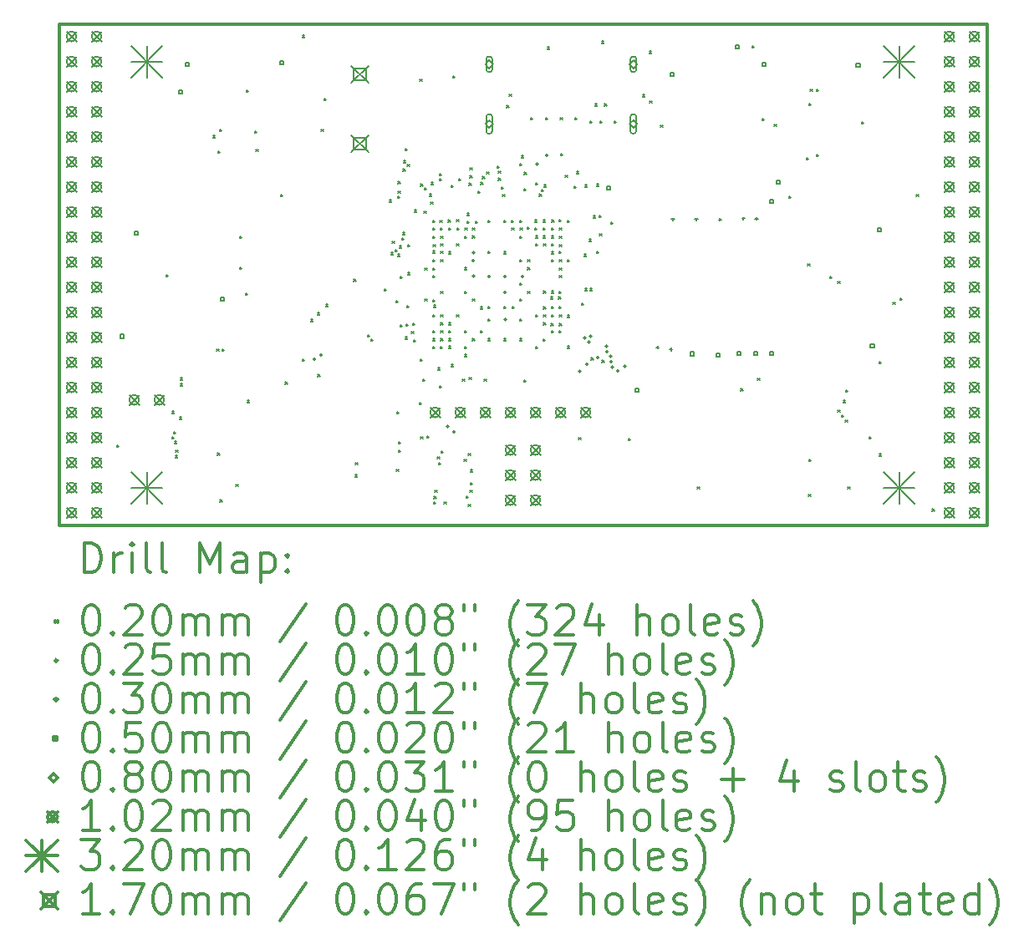
<source format=gbr>
%FSLAX45Y45*%
G04 Gerber Fmt 4.5, Leading zero omitted, Abs format (unit mm)*
G04 Created by KiCad (PCBNEW 4.0.7+dfsg1-1) date Fri Sep 29 01:14:10 2017*
%MOMM*%
%LPD*%
G01*
G04 APERTURE LIST*
%ADD10C,0.127000*%
%ADD11C,0.300000*%
%ADD12C,0.200000*%
G04 APERTURE END LIST*
D10*
D11*
X9410000Y-6142000D02*
X9410000Y-11222000D01*
X18808000Y-6142000D02*
X9410000Y-6142000D01*
X18808000Y-11222000D02*
X18808000Y-6142000D01*
X9410000Y-11222000D02*
X18808000Y-11222000D01*
D12*
X9998000Y-10410000D02*
X10018000Y-10430000D01*
X10018000Y-10410000D02*
X9998000Y-10430000D01*
X10493771Y-8680946D02*
X10513771Y-8700946D01*
X10513771Y-8680946D02*
X10493771Y-8700946D01*
X10555187Y-10325526D02*
X10575187Y-10345526D01*
X10575187Y-10325526D02*
X10555187Y-10345526D01*
X10557972Y-10068392D02*
X10577972Y-10088392D01*
X10577972Y-10068392D02*
X10557972Y-10088392D01*
X10570316Y-10275043D02*
X10590316Y-10295043D01*
X10590316Y-10275043D02*
X10570316Y-10295043D01*
X10580671Y-10371655D02*
X10600671Y-10391655D01*
X10600671Y-10371655D02*
X10580671Y-10391655D01*
X10587368Y-10514871D02*
X10607368Y-10534871D01*
X10607368Y-10514871D02*
X10587368Y-10534871D01*
X10592360Y-10459757D02*
X10612360Y-10479757D01*
X10612360Y-10459757D02*
X10592360Y-10479757D01*
X10630117Y-10127790D02*
X10650117Y-10147790D01*
X10650117Y-10127790D02*
X10630117Y-10147790D01*
X10638000Y-9728640D02*
X10658000Y-9748640D01*
X10658000Y-9728640D02*
X10638000Y-9748640D01*
X10638000Y-9786844D02*
X10658000Y-9806844D01*
X10658000Y-9786844D02*
X10638000Y-9806844D01*
X10972800Y-7273000D02*
X10992800Y-7293000D01*
X10992800Y-7273000D02*
X10972800Y-7293000D01*
X11009310Y-9438989D02*
X11029310Y-9458989D01*
X11029310Y-9438989D02*
X11009310Y-9458989D01*
X11018000Y-10490000D02*
X11038000Y-10510000D01*
X11038000Y-10490000D02*
X11018000Y-10510000D01*
X11021352Y-7428070D02*
X11041352Y-7448070D01*
X11041352Y-7428070D02*
X11021352Y-7448070D01*
X11038300Y-7211500D02*
X11058300Y-7231500D01*
X11058300Y-7211500D02*
X11038300Y-7231500D01*
X11042966Y-10966034D02*
X11062966Y-10986034D01*
X11062966Y-10966034D02*
X11042966Y-10986034D01*
X11061873Y-9435178D02*
X11081873Y-9455178D01*
X11081873Y-9435178D02*
X11061873Y-9455178D01*
X11203400Y-10805600D02*
X11223400Y-10825600D01*
X11223400Y-10805600D02*
X11203400Y-10825600D01*
X11241500Y-8291000D02*
X11261500Y-8311000D01*
X11261500Y-8291000D02*
X11241500Y-8311000D01*
X11241500Y-8608500D02*
X11261500Y-8628500D01*
X11261500Y-8608500D02*
X11241500Y-8628500D01*
X11298000Y-8870000D02*
X11318000Y-8890000D01*
X11318000Y-8870000D02*
X11298000Y-8890000D01*
X11311224Y-6814440D02*
X11331224Y-6834440D01*
X11331224Y-6814440D02*
X11311224Y-6834440D01*
X11317321Y-9958139D02*
X11337321Y-9978139D01*
X11337321Y-9958139D02*
X11317321Y-9978139D01*
X11393900Y-7224200D02*
X11413900Y-7244200D01*
X11413900Y-7224200D02*
X11393900Y-7244200D01*
X11406600Y-7414700D02*
X11426600Y-7434700D01*
X11426600Y-7414700D02*
X11406600Y-7434700D01*
X11655434Y-7867799D02*
X11675434Y-7887799D01*
X11675434Y-7867799D02*
X11655434Y-7887799D01*
X11702166Y-9771727D02*
X11722166Y-9791727D01*
X11722166Y-9771727D02*
X11702166Y-9791727D01*
X11874380Y-9539822D02*
X11894380Y-9559822D01*
X11894380Y-9539822D02*
X11874380Y-9559822D01*
X11875869Y-6255897D02*
X11895869Y-6275897D01*
X11895869Y-6255897D02*
X11875869Y-6275897D01*
X11958487Y-9136972D02*
X11978487Y-9156972D01*
X11978487Y-9136972D02*
X11958487Y-9156972D01*
X12027515Y-9067945D02*
X12047515Y-9087945D01*
X12047515Y-9067945D02*
X12027515Y-9087945D01*
X12033000Y-9695000D02*
X12053000Y-9715000D01*
X12053000Y-9695000D02*
X12033000Y-9715000D01*
X12067000Y-7211500D02*
X12087000Y-7231500D01*
X12087000Y-7211500D02*
X12067000Y-7231500D01*
X12098665Y-6897853D02*
X12118665Y-6917853D01*
X12118665Y-6897853D02*
X12098665Y-6917853D01*
X12111200Y-8984260D02*
X12131200Y-9004260D01*
X12131200Y-8984260D02*
X12111200Y-9004260D01*
X12398000Y-8730000D02*
X12418000Y-8750000D01*
X12418000Y-8730000D02*
X12398000Y-8750000D01*
X12398000Y-8730000D02*
X12418000Y-8750000D01*
X12418000Y-8730000D02*
X12398000Y-8750000D01*
X12410242Y-10710764D02*
X12430242Y-10730764D01*
X12430242Y-10710764D02*
X12410242Y-10730764D01*
X12415398Y-10588254D02*
X12435398Y-10608254D01*
X12435398Y-10588254D02*
X12415398Y-10608254D01*
X12538000Y-9290000D02*
X12558000Y-9310000D01*
X12558000Y-9290000D02*
X12538000Y-9310000D01*
X12572728Y-9335266D02*
X12592728Y-9355266D01*
X12592728Y-9335266D02*
X12572728Y-9355266D01*
X12704513Y-8827908D02*
X12724513Y-8847908D01*
X12724513Y-8827908D02*
X12704513Y-8847908D01*
X12754366Y-7925556D02*
X12774366Y-7945556D01*
X12774366Y-7925556D02*
X12754366Y-7945556D01*
X12772416Y-8458897D02*
X12792416Y-8478897D01*
X12792416Y-8458897D02*
X12772416Y-8478897D01*
X12786626Y-8342795D02*
X12806626Y-8362795D01*
X12806626Y-8342795D02*
X12786626Y-8362795D01*
X12815628Y-8428729D02*
X12835628Y-8448729D01*
X12835628Y-8428729D02*
X12815628Y-8448729D01*
X12822131Y-8943995D02*
X12842131Y-8963995D01*
X12842131Y-8943995D02*
X12822131Y-8963995D01*
X12829000Y-10653200D02*
X12849000Y-10673200D01*
X12849000Y-10653200D02*
X12829000Y-10673200D01*
X12834133Y-10069588D02*
X12854133Y-10089588D01*
X12854133Y-10069588D02*
X12834133Y-10089588D01*
X12838971Y-8476738D02*
X12858971Y-8496738D01*
X12858971Y-8476738D02*
X12838971Y-8496738D01*
X12841590Y-7889418D02*
X12861590Y-7909418D01*
X12861590Y-7889418D02*
X12841590Y-7909418D01*
X12844557Y-7737658D02*
X12864557Y-7757658D01*
X12864557Y-7737658D02*
X12844557Y-7757658D01*
X12846973Y-7836992D02*
X12866973Y-7856992D01*
X12866973Y-7836992D02*
X12846973Y-7856992D01*
X12850280Y-10377254D02*
X12870280Y-10397254D01*
X12870280Y-10377254D02*
X12850280Y-10397254D01*
X12851011Y-10461457D02*
X12871011Y-10481457D01*
X12871011Y-10461457D02*
X12851011Y-10481457D01*
X12856960Y-8392024D02*
X12876960Y-8412024D01*
X12876960Y-8392024D02*
X12856960Y-8412024D01*
X12866509Y-9190430D02*
X12886509Y-9210430D01*
X12886509Y-9190430D02*
X12866509Y-9210430D01*
X12867665Y-8701088D02*
X12887665Y-8721088D01*
X12887665Y-8701088D02*
X12867665Y-8721088D01*
X12884885Y-8308326D02*
X12904885Y-8328326D01*
X12904885Y-8308326D02*
X12884885Y-8328326D01*
X12891675Y-8256064D02*
X12911675Y-8276064D01*
X12911675Y-8256064D02*
X12891675Y-8276064D01*
X12896163Y-7612957D02*
X12916163Y-7632957D01*
X12916163Y-7612957D02*
X12896163Y-7632957D01*
X12902225Y-7526361D02*
X12922225Y-7546361D01*
X12922225Y-7526361D02*
X12902225Y-7546361D01*
X12915222Y-7404246D02*
X12935222Y-7424246D01*
X12935222Y-7404246D02*
X12915222Y-7424246D01*
X12915467Y-9314463D02*
X12935467Y-9334463D01*
X12935467Y-9314463D02*
X12915467Y-9334463D01*
X12923676Y-9183899D02*
X12943676Y-9203899D01*
X12943676Y-9183899D02*
X12923676Y-9203899D01*
X12935918Y-8993919D02*
X12955918Y-9013919D01*
X12955918Y-8993919D02*
X12935918Y-9013919D01*
X12939334Y-7563781D02*
X12959334Y-7583781D01*
X12959334Y-7563781D02*
X12939334Y-7583781D01*
X12941393Y-8376098D02*
X12961393Y-8396098D01*
X12961393Y-8376098D02*
X12941393Y-8396098D01*
X12944260Y-8660352D02*
X12964260Y-8680352D01*
X12964260Y-8660352D02*
X12944260Y-8680352D01*
X12980206Y-9257825D02*
X13000206Y-9277825D01*
X13000206Y-9257825D02*
X12980206Y-9277825D01*
X12992293Y-9173424D02*
X13012293Y-9193424D01*
X13012293Y-9173424D02*
X12992293Y-9193424D01*
X13004130Y-9342914D02*
X13024130Y-9362914D01*
X13024130Y-9342914D02*
X13004130Y-9362914D01*
X13009682Y-8027773D02*
X13029682Y-8047773D01*
X13029682Y-8027773D02*
X13009682Y-8047773D01*
X13061453Y-9980100D02*
X13081453Y-10000100D01*
X13081453Y-9980100D02*
X13061453Y-10000100D01*
X13066199Y-6701962D02*
X13086199Y-6721962D01*
X13086199Y-6701962D02*
X13066199Y-6721962D01*
X13070707Y-9535414D02*
X13090707Y-9555414D01*
X13090707Y-9535414D02*
X13070707Y-9555414D01*
X13073949Y-10325498D02*
X13093949Y-10345498D01*
X13093949Y-10325498D02*
X13073949Y-10345498D01*
X13075683Y-7764262D02*
X13095683Y-7784262D01*
X13095683Y-7764262D02*
X13075683Y-7784262D01*
X13093936Y-9738729D02*
X13113936Y-9758729D01*
X13113936Y-9738729D02*
X13093936Y-9758729D01*
X13108000Y-8040000D02*
X13128000Y-8060000D01*
X13128000Y-8040000D02*
X13108000Y-8060000D01*
X13113091Y-7801384D02*
X13133091Y-7821384D01*
X13133091Y-7801384D02*
X13113091Y-7821384D01*
X13115453Y-8615136D02*
X13135453Y-8635136D01*
X13135453Y-8615136D02*
X13115453Y-8635136D01*
X13118000Y-8930000D02*
X13138000Y-8950000D01*
X13138000Y-8930000D02*
X13118000Y-8950000D01*
X13135385Y-10319621D02*
X13155385Y-10339621D01*
X13155385Y-10319621D02*
X13135385Y-10339621D01*
X13160933Y-7864587D02*
X13180933Y-7884587D01*
X13180933Y-7864587D02*
X13160933Y-7884587D01*
X13174731Y-7948989D02*
X13194731Y-7968989D01*
X13194731Y-7948989D02*
X13174731Y-7968989D01*
X13182329Y-7748485D02*
X13202329Y-7768485D01*
X13202329Y-7748485D02*
X13182329Y-7768485D01*
X13197765Y-9087799D02*
X13217765Y-9107799D01*
X13217765Y-9087799D02*
X13197765Y-9107799D01*
X13197789Y-8617215D02*
X13217789Y-8637215D01*
X13217789Y-8617215D02*
X13197789Y-8637215D01*
X13197962Y-8532814D02*
X13217962Y-8552814D01*
X13217962Y-8532814D02*
X13197962Y-8552814D01*
X13198000Y-8440334D02*
X13218000Y-8460334D01*
X13218000Y-8440334D02*
X13198000Y-8460334D01*
X13198000Y-8130000D02*
X13218000Y-8150000D01*
X13218000Y-8130000D02*
X13198000Y-8150000D01*
X13198000Y-8207799D02*
X13218000Y-8227799D01*
X13218000Y-8207799D02*
X13198000Y-8227799D01*
X13198000Y-8690000D02*
X13218000Y-8710000D01*
X13218000Y-8690000D02*
X13198000Y-8710000D01*
X13198000Y-8934402D02*
X13218000Y-8954402D01*
X13218000Y-8934402D02*
X13198000Y-8954402D01*
X13198000Y-9250000D02*
X13218000Y-9270000D01*
X13218000Y-9250000D02*
X13198000Y-9270000D01*
X13198000Y-9330000D02*
X13218000Y-9350000D01*
X13218000Y-9330000D02*
X13198000Y-9350000D01*
X13198000Y-9410000D02*
X13218000Y-9430000D01*
X13218000Y-9410000D02*
X13198000Y-9430000D01*
X13198482Y-8292201D02*
X13218482Y-8312201D01*
X13218482Y-8292201D02*
X13198482Y-8312201D01*
X13201744Y-8376602D02*
X13221744Y-8396602D01*
X13221744Y-8376602D02*
X13201744Y-8396602D01*
X13204611Y-10984026D02*
X13224611Y-11004026D01*
X13224611Y-10984026D02*
X13204611Y-11004026D01*
X13205608Y-8993095D02*
X13225608Y-9013095D01*
X13225608Y-8993095D02*
X13205608Y-9013095D01*
X13208900Y-10931500D02*
X13228900Y-10951500D01*
X13228900Y-10931500D02*
X13208900Y-10951500D01*
X13218000Y-10870000D02*
X13238000Y-10890000D01*
X13238000Y-10870000D02*
X13218000Y-10890000D01*
X13244000Y-10530000D02*
X13264000Y-10550000D01*
X13264000Y-10530000D02*
X13244000Y-10550000D01*
X13247282Y-9628386D02*
X13267282Y-9648386D01*
X13267282Y-9628386D02*
X13247282Y-9648386D01*
X13255619Y-10587619D02*
X13275619Y-10607619D01*
X13275619Y-10587619D02*
X13255619Y-10607619D01*
X13263724Y-7657621D02*
X13283724Y-7677621D01*
X13283724Y-7657621D02*
X13263724Y-7677621D01*
X13265267Y-9807892D02*
X13285267Y-9827892D01*
X13285267Y-9807892D02*
X13265267Y-9827892D01*
X13266117Y-7710267D02*
X13286117Y-7730267D01*
X13286117Y-7710267D02*
X13266117Y-7730267D01*
X13268333Y-8129999D02*
X13288333Y-8149999D01*
X13288333Y-8129999D02*
X13268333Y-8149999D01*
X13271035Y-8207799D02*
X13291035Y-8227799D01*
X13291035Y-8207799D02*
X13271035Y-8227799D01*
X13274623Y-9409707D02*
X13294623Y-9429707D01*
X13294623Y-9409707D02*
X13274623Y-9429707D01*
X13277580Y-8532814D02*
X13297580Y-8552814D01*
X13297580Y-8532814D02*
X13277580Y-8552814D01*
X13278000Y-8292201D02*
X13298000Y-8312201D01*
X13298000Y-8292201D02*
X13278000Y-8312201D01*
X13278000Y-8850000D02*
X13298000Y-8870000D01*
X13298000Y-8850000D02*
X13278000Y-8870000D01*
X13278000Y-9090000D02*
X13298000Y-9110000D01*
X13298000Y-9090000D02*
X13278000Y-9110000D01*
X13278000Y-9170000D02*
X13298000Y-9190000D01*
X13298000Y-9170000D02*
X13278000Y-9190000D01*
X13278000Y-9250000D02*
X13298000Y-9270000D01*
X13298000Y-9250000D02*
X13278000Y-9270000D01*
X13278000Y-9330000D02*
X13298000Y-9350000D01*
X13298000Y-9330000D02*
X13278000Y-9350000D01*
X13278042Y-8446122D02*
X13298042Y-8466122D01*
X13298042Y-8446122D02*
X13278042Y-8466122D01*
X13278650Y-8367799D02*
X13298650Y-8387799D01*
X13298650Y-8367799D02*
X13278650Y-8387799D01*
X13281858Y-10470000D02*
X13301858Y-10490000D01*
X13301858Y-10470000D02*
X13281858Y-10490000D01*
X13311600Y-10983400D02*
X13331600Y-11003400D01*
X13331600Y-10983400D02*
X13311600Y-11003400D01*
X13352734Y-8129641D02*
X13372734Y-8149641D01*
X13372734Y-8129641D02*
X13352734Y-8149641D01*
X13355436Y-8207799D02*
X13375436Y-8227799D01*
X13375436Y-8207799D02*
X13355436Y-8227799D01*
X13357194Y-8449520D02*
X13377194Y-8469520D01*
X13377194Y-8449520D02*
X13357194Y-8469520D01*
X13358000Y-9170000D02*
X13378000Y-9190000D01*
X13378000Y-9170000D02*
X13358000Y-9190000D01*
X13358000Y-9250000D02*
X13378000Y-9270000D01*
X13378000Y-9250000D02*
X13358000Y-9270000D01*
X13358567Y-9330248D02*
X13378567Y-9350248D01*
X13378567Y-9330248D02*
X13358567Y-9350248D01*
X13359024Y-9408016D02*
X13379024Y-9428016D01*
X13379024Y-9408016D02*
X13359024Y-9428016D01*
X13381998Y-9593873D02*
X13401998Y-9613873D01*
X13401998Y-9593873D02*
X13381998Y-9613873D01*
X13382219Y-7775484D02*
X13402219Y-7795484D01*
X13402219Y-7775484D02*
X13382219Y-7795484D01*
X13397916Y-6668615D02*
X13417916Y-6688615D01*
X13417916Y-6668615D02*
X13397916Y-6688615D01*
X13437135Y-8124791D02*
X13457135Y-8144791D01*
X13457135Y-8124791D02*
X13437135Y-8144791D01*
X13438000Y-8370000D02*
X13458000Y-8390000D01*
X13458000Y-8370000D02*
X13438000Y-8390000D01*
X13438000Y-9090000D02*
X13458000Y-9110000D01*
X13458000Y-9090000D02*
X13438000Y-9110000D01*
X13440141Y-8207758D02*
X13460141Y-8227758D01*
X13460141Y-8207758D02*
X13440141Y-8227758D01*
X13460201Y-7710000D02*
X13480201Y-7730000D01*
X13480201Y-7710000D02*
X13460201Y-7730000D01*
X13498546Y-9743179D02*
X13518546Y-9763179D01*
X13518546Y-9743179D02*
X13498546Y-9763179D01*
X13514800Y-10551600D02*
X13534800Y-10571600D01*
X13534800Y-10551600D02*
X13514800Y-10571600D01*
X13517331Y-8851860D02*
X13537331Y-8871860D01*
X13537331Y-8851860D02*
X13517331Y-8871860D01*
X13518000Y-8292201D02*
X13538000Y-8312201D01*
X13538000Y-8292201D02*
X13518000Y-8312201D01*
X13518000Y-8610000D02*
X13538000Y-8630000D01*
X13538000Y-8610000D02*
X13518000Y-8630000D01*
X13518000Y-9250000D02*
X13538000Y-9270000D01*
X13538000Y-9250000D02*
X13518000Y-9270000D01*
X13518000Y-9410000D02*
X13538000Y-9430000D01*
X13538000Y-9410000D02*
X13518000Y-9430000D01*
X13518000Y-9490000D02*
X13538000Y-9510000D01*
X13538000Y-9490000D02*
X13518000Y-9510000D01*
X13524542Y-8207681D02*
X13544542Y-8227681D01*
X13544542Y-8207681D02*
X13524542Y-8227681D01*
X13537195Y-10926588D02*
X13557195Y-10946588D01*
X13557195Y-10926588D02*
X13537195Y-10946588D01*
X13546744Y-8060230D02*
X13566744Y-8080230D01*
X13566744Y-8060230D02*
X13546744Y-8080230D01*
X13546744Y-8138922D02*
X13566744Y-8158922D01*
X13566744Y-8138922D02*
X13546744Y-8158922D01*
X13558000Y-10493799D02*
X13578000Y-10513799D01*
X13578000Y-10493799D02*
X13558000Y-10513799D01*
X13558000Y-11010000D02*
X13578000Y-11030000D01*
X13578000Y-11010000D02*
X13558000Y-11030000D01*
X13566755Y-7754855D02*
X13586755Y-7774855D01*
X13586755Y-7754855D02*
X13566755Y-7774855D01*
X13567000Y-9723813D02*
X13587000Y-9743813D01*
X13587000Y-9723813D02*
X13567000Y-9743813D01*
X13573069Y-7599451D02*
X13593069Y-7619451D01*
X13593069Y-7599451D02*
X13573069Y-7619451D01*
X13573070Y-7680538D02*
X13593070Y-7700538D01*
X13593070Y-7680538D02*
X13573070Y-7700538D01*
X13575325Y-10869239D02*
X13595325Y-10889239D01*
X13595325Y-10869239D02*
X13575325Y-10889239D01*
X13575519Y-10792264D02*
X13595519Y-10812264D01*
X13595519Y-10792264D02*
X13575519Y-10812264D01*
X13578416Y-10659601D02*
X13598416Y-10679601D01*
X13598416Y-10659601D02*
X13578416Y-10679601D01*
X13598000Y-8210000D02*
X13618000Y-8230000D01*
X13618000Y-8210000D02*
X13598000Y-8230000D01*
X13598000Y-8290000D02*
X13618000Y-8310000D01*
X13618000Y-8290000D02*
X13598000Y-8310000D01*
X13598000Y-9330000D02*
X13618000Y-9350000D01*
X13618000Y-9330000D02*
X13598000Y-9350000D01*
X13598517Y-8929483D02*
X13618517Y-8949483D01*
X13618517Y-8929483D02*
X13598517Y-8949483D01*
X13631144Y-8139731D02*
X13651144Y-8159731D01*
X13651144Y-8139731D02*
X13631144Y-8159731D01*
X13653412Y-7835167D02*
X13673412Y-7855167D01*
X13673412Y-7835167D02*
X13653412Y-7855167D01*
X13678000Y-9250000D02*
X13698000Y-9270000D01*
X13698000Y-9250000D02*
X13678000Y-9270000D01*
X13678517Y-9009483D02*
X13698517Y-9029483D01*
X13698517Y-9009483D02*
X13678517Y-9029483D01*
X13682857Y-7746298D02*
X13702857Y-7766298D01*
X13702857Y-7746298D02*
X13682857Y-7766298D01*
X13701602Y-7687474D02*
X13721602Y-7707474D01*
X13721602Y-7687474D02*
X13701602Y-7707474D01*
X13718870Y-9743874D02*
X13738870Y-9763874D01*
X13738870Y-9743874D02*
X13718870Y-9763874D01*
X13743803Y-7641053D02*
X13763803Y-7661053D01*
X13763803Y-7641053D02*
X13743803Y-7661053D01*
X13756589Y-9130245D02*
X13776589Y-9150245D01*
X13776589Y-9130245D02*
X13756589Y-9150245D01*
X13758000Y-8130000D02*
X13778000Y-8150000D01*
X13778000Y-8130000D02*
X13758000Y-8150000D01*
X13758000Y-9007299D02*
X13778000Y-9027299D01*
X13778000Y-9007299D02*
X13758000Y-9027299D01*
X13758000Y-9330000D02*
X13778000Y-9350000D01*
X13778000Y-9330000D02*
X13758000Y-9350000D01*
X13758056Y-8443409D02*
X13778056Y-8463409D01*
X13778056Y-8443409D02*
X13758056Y-8463409D01*
X13849384Y-7581016D02*
X13869384Y-7601016D01*
X13869384Y-7581016D02*
X13849384Y-7601016D01*
X13861610Y-7632585D02*
X13881610Y-7652585D01*
X13881610Y-7632585D02*
X13861610Y-7652585D01*
X13862361Y-7706570D02*
X13882361Y-7726570D01*
X13882361Y-7706570D02*
X13862361Y-7726570D01*
X13894062Y-7793672D02*
X13914062Y-7813672D01*
X13914062Y-7793672D02*
X13894062Y-7813672D01*
X13904536Y-7870917D02*
X13924536Y-7890917D01*
X13924536Y-7870917D02*
X13904536Y-7890917D01*
X13917252Y-8451135D02*
X13937252Y-8471135D01*
X13937252Y-8451135D02*
X13917252Y-8471135D01*
X13918000Y-8130000D02*
X13938000Y-8150000D01*
X13938000Y-8130000D02*
X13918000Y-8150000D01*
X13918000Y-9002299D02*
X13938000Y-9022299D01*
X13938000Y-9002299D02*
X13918000Y-9022299D01*
X13918000Y-9330000D02*
X13938000Y-9350000D01*
X13938000Y-9330000D02*
X13918000Y-9350000D01*
X13947561Y-6969286D02*
X13967561Y-6989286D01*
X13967561Y-6969286D02*
X13947561Y-6989286D01*
X13972000Y-6856567D02*
X13992000Y-6876567D01*
X13992000Y-6856567D02*
X13972000Y-6876567D01*
X13993599Y-8130000D02*
X14013599Y-8150000D01*
X14013599Y-8130000D02*
X13993599Y-8150000D01*
X13998000Y-8210000D02*
X14018000Y-8230000D01*
X14018000Y-8210000D02*
X13998000Y-8230000D01*
X13999489Y-9002299D02*
X14019489Y-9022299D01*
X14019489Y-9002299D02*
X13999489Y-9022299D01*
X14076403Y-8294140D02*
X14096403Y-8314140D01*
X14096403Y-8294140D02*
X14076403Y-8314140D01*
X14077419Y-9133335D02*
X14097419Y-9153335D01*
X14097419Y-9133335D02*
X14077419Y-9153335D01*
X14078000Y-8130000D02*
X14098000Y-8150000D01*
X14098000Y-8130000D02*
X14078000Y-8150000D01*
X14078000Y-8530000D02*
X14098000Y-8550000D01*
X14098000Y-8530000D02*
X14078000Y-8550000D01*
X14078000Y-8770000D02*
X14098000Y-8790000D01*
X14098000Y-8770000D02*
X14078000Y-8790000D01*
X14078000Y-8930000D02*
X14098000Y-8950000D01*
X14098000Y-8930000D02*
X14078000Y-8950000D01*
X14078000Y-9330000D02*
X14098000Y-9350000D01*
X14098000Y-9330000D02*
X14078000Y-9350000D01*
X14079021Y-7558194D02*
X14099021Y-7578194D01*
X14099021Y-7558194D02*
X14079021Y-7578194D01*
X14082401Y-8207928D02*
X14102401Y-8227928D01*
X14102401Y-8207928D02*
X14082401Y-8227928D01*
X14094664Y-7477380D02*
X14114664Y-7497380D01*
X14114664Y-7477380D02*
X14094664Y-7497380D01*
X14118000Y-9750000D02*
X14138000Y-9770000D01*
X14138000Y-9750000D02*
X14118000Y-9770000D01*
X14121898Y-7809926D02*
X14141898Y-7829926D01*
X14141898Y-7809926D02*
X14121898Y-7829926D01*
X14124297Y-7645500D02*
X14144297Y-7665500D01*
X14144297Y-7645500D02*
X14124297Y-7665500D01*
X14155799Y-8203034D02*
X14175799Y-8223034D01*
X14175799Y-8203034D02*
X14155799Y-8223034D01*
X14158000Y-8530000D02*
X14178000Y-8550000D01*
X14178000Y-8530000D02*
X14158000Y-8550000D01*
X14158000Y-8610000D02*
X14178000Y-8630000D01*
X14178000Y-8610000D02*
X14158000Y-8630000D01*
X14158000Y-8850000D02*
X14178000Y-8870000D01*
X14178000Y-8850000D02*
X14158000Y-8870000D01*
X14190056Y-7090851D02*
X14210056Y-7110851D01*
X14210056Y-7090851D02*
X14190056Y-7110851D01*
X14229642Y-8209139D02*
X14249642Y-8229139D01*
X14249642Y-8209139D02*
X14229642Y-8229139D01*
X14231398Y-8128224D02*
X14251398Y-8148224D01*
X14251398Y-8128224D02*
X14231398Y-8148224D01*
X14237355Y-8289891D02*
X14257355Y-8309891D01*
X14257355Y-8289891D02*
X14237355Y-8309891D01*
X14238000Y-7750000D02*
X14258000Y-7770000D01*
X14258000Y-7750000D02*
X14238000Y-7770000D01*
X14238000Y-8370000D02*
X14258000Y-8390000D01*
X14258000Y-8370000D02*
X14238000Y-8390000D01*
X14238000Y-9090000D02*
X14258000Y-9110000D01*
X14258000Y-9090000D02*
X14238000Y-9110000D01*
X14238000Y-9410000D02*
X14258000Y-9430000D01*
X14258000Y-9410000D02*
X14238000Y-9430000D01*
X14275162Y-7865975D02*
X14295162Y-7885975D01*
X14295162Y-7865975D02*
X14275162Y-7885975D01*
X14300511Y-7819522D02*
X14320511Y-7839522D01*
X14320511Y-7819522D02*
X14300511Y-7839522D01*
X14315799Y-8127963D02*
X14335799Y-8147963D01*
X14335799Y-8127963D02*
X14315799Y-8147963D01*
X14315799Y-8210715D02*
X14335799Y-8230715D01*
X14335799Y-8210715D02*
X14315799Y-8230715D01*
X14315799Y-8290000D02*
X14335799Y-8310000D01*
X14335799Y-8290000D02*
X14315799Y-8310000D01*
X14315801Y-9332315D02*
X14335801Y-9352315D01*
X14335801Y-9332315D02*
X14315801Y-9352315D01*
X14317803Y-8849503D02*
X14337803Y-8869503D01*
X14337803Y-8849503D02*
X14317803Y-8869503D01*
X14318000Y-8370000D02*
X14338000Y-8390000D01*
X14338000Y-8370000D02*
X14318000Y-8390000D01*
X14318000Y-9090000D02*
X14338000Y-9110000D01*
X14338000Y-9090000D02*
X14318000Y-9110000D01*
X14318000Y-9170000D02*
X14338000Y-9190000D01*
X14338000Y-9170000D02*
X14318000Y-9190000D01*
X14318182Y-9010195D02*
X14338182Y-9030195D01*
X14338182Y-9010195D02*
X14318182Y-9030195D01*
X14323180Y-7771946D02*
X14343180Y-7791946D01*
X14343180Y-7771946D02*
X14323180Y-7791946D01*
X14338035Y-7091653D02*
X14358035Y-7111653D01*
X14358035Y-7091653D02*
X14338035Y-7111653D01*
X14355067Y-6376252D02*
X14375067Y-6396252D01*
X14375067Y-6376252D02*
X14355067Y-6396252D01*
X14388995Y-8907799D02*
X14408995Y-8927799D01*
X14408995Y-8907799D02*
X14388995Y-8927799D01*
X14396483Y-9177765D02*
X14416483Y-9197765D01*
X14416483Y-9177765D02*
X14396483Y-9197765D01*
X14398000Y-9090000D02*
X14418000Y-9110000D01*
X14418000Y-9090000D02*
X14398000Y-9110000D01*
X14398242Y-9003286D02*
X14418242Y-9023286D01*
X14418242Y-9003286D02*
X14398242Y-9023286D01*
X14398283Y-8848451D02*
X14418283Y-8868451D01*
X14418283Y-8848451D02*
X14398283Y-8868451D01*
X14400201Y-8208560D02*
X14420201Y-8228560D01*
X14420201Y-8208560D02*
X14400201Y-8228560D01*
X14400201Y-8290000D02*
X14420201Y-8310000D01*
X14420201Y-8290000D02*
X14400201Y-8310000D01*
X14400201Y-8370000D02*
X14420201Y-8390000D01*
X14420201Y-8370000D02*
X14400201Y-8390000D01*
X14400201Y-8450000D02*
X14420201Y-8470000D01*
X14420201Y-8450000D02*
X14400201Y-8470000D01*
X14400201Y-8529722D02*
X14420201Y-8549722D01*
X14420201Y-8529722D02*
X14400201Y-8549722D01*
X14400201Y-9250000D02*
X14420201Y-9270000D01*
X14420201Y-9250000D02*
X14400201Y-9270000D01*
X14404602Y-8127478D02*
X14424602Y-8147478D01*
X14424602Y-8127478D02*
X14404602Y-8147478D01*
X14471061Y-8907799D02*
X14491061Y-8927799D01*
X14491061Y-8907799D02*
X14471061Y-8927799D01*
X14476639Y-8123398D02*
X14496639Y-8143398D01*
X14496639Y-8123398D02*
X14476639Y-8143398D01*
X14476724Y-9006446D02*
X14496724Y-9026446D01*
X14496724Y-9006446D02*
X14476724Y-9026446D01*
X14477765Y-8852201D02*
X14497765Y-8872201D01*
X14497765Y-8852201D02*
X14477765Y-8872201D01*
X14477769Y-8443293D02*
X14497769Y-8463293D01*
X14497769Y-8443293D02*
X14477769Y-8463293D01*
X14478235Y-9247799D02*
X14498235Y-9267799D01*
X14498235Y-9247799D02*
X14478235Y-9267799D01*
X14478509Y-8207799D02*
X14498509Y-8227799D01*
X14498509Y-8207799D02*
X14478509Y-8227799D01*
X14478654Y-8528519D02*
X14498654Y-8548519D01*
X14498654Y-8528519D02*
X14478654Y-8548519D01*
X14478856Y-8689382D02*
X14498856Y-8709382D01*
X14498856Y-8689382D02*
X14478856Y-8709382D01*
X14479038Y-8376602D02*
X14499038Y-8396602D01*
X14499038Y-8376602D02*
X14479038Y-8396602D01*
X14479163Y-9090847D02*
X14499163Y-9110847D01*
X14499163Y-9090847D02*
X14479163Y-9110847D01*
X14479410Y-8292201D02*
X14499410Y-8312201D01*
X14499410Y-8292201D02*
X14479410Y-8312201D01*
X14479577Y-9177444D02*
X14499577Y-9197444D01*
X14499577Y-9177444D02*
X14479577Y-9197444D01*
X14480128Y-8616874D02*
X14500128Y-8636874D01*
X14500128Y-8616874D02*
X14480128Y-8636874D01*
X14487842Y-7092405D02*
X14507842Y-7112405D01*
X14507842Y-7092405D02*
X14487842Y-7112405D01*
X14491706Y-7455585D02*
X14511706Y-7475585D01*
X14511706Y-7455585D02*
X14491706Y-7475585D01*
X14539401Y-7673483D02*
X14559401Y-7693483D01*
X14559401Y-7673483D02*
X14539401Y-7693483D01*
X14558000Y-8130000D02*
X14578000Y-8150000D01*
X14578000Y-8130000D02*
X14558000Y-8150000D01*
X14558000Y-8532201D02*
X14578000Y-8552201D01*
X14578000Y-8532201D02*
X14558000Y-8552201D01*
X14558000Y-9407799D02*
X14578000Y-9427799D01*
X14578000Y-9407799D02*
X14558000Y-9427799D01*
X14561303Y-9092201D02*
X14581303Y-9112201D01*
X14581303Y-9092201D02*
X14561303Y-9112201D01*
X14628717Y-7783934D02*
X14648717Y-7803934D01*
X14648717Y-7783934D02*
X14628717Y-7803934D01*
X14636897Y-7089394D02*
X14656897Y-7109394D01*
X14656897Y-7089394D02*
X14636897Y-7109394D01*
X14652765Y-7636130D02*
X14672765Y-7656130D01*
X14672765Y-7636130D02*
X14652765Y-7656130D01*
X14674429Y-10335274D02*
X14694429Y-10355274D01*
X14694429Y-10335274D02*
X14674429Y-10355274D01*
X14702593Y-8970288D02*
X14722593Y-8990288D01*
X14722593Y-8970288D02*
X14702593Y-8990288D01*
X14732247Y-8475859D02*
X14752247Y-8495859D01*
X14752247Y-8475859D02*
X14732247Y-8495859D01*
X14737067Y-8822484D02*
X14757067Y-8842484D01*
X14757067Y-8822484D02*
X14737067Y-8842484D01*
X14738000Y-7772201D02*
X14758000Y-7792201D01*
X14758000Y-7772201D02*
X14738000Y-7792201D01*
X14779417Y-8323581D02*
X14799417Y-8343581D01*
X14799417Y-8323581D02*
X14779417Y-8343581D01*
X14788736Y-7127779D02*
X14808736Y-7147779D01*
X14808736Y-7127779D02*
X14788736Y-7147779D01*
X14789768Y-8822484D02*
X14809768Y-8842484D01*
X14809768Y-8822484D02*
X14789768Y-8842484D01*
X14800281Y-9523902D02*
X14820281Y-9543902D01*
X14820281Y-9523902D02*
X14800281Y-9543902D01*
X14823777Y-8087578D02*
X14843777Y-8107578D01*
X14843777Y-8087578D02*
X14823777Y-8107578D01*
X14837783Y-6951968D02*
X14857783Y-6971968D01*
X14857783Y-6951968D02*
X14837783Y-6971968D01*
X14853988Y-7762935D02*
X14873988Y-7782935D01*
X14873988Y-7762935D02*
X14853988Y-7782935D01*
X14856880Y-8445039D02*
X14876880Y-8465039D01*
X14876880Y-8445039D02*
X14856880Y-8465039D01*
X14883585Y-8079901D02*
X14903585Y-8099901D01*
X14903585Y-8079901D02*
X14883585Y-8099901D01*
X14887565Y-8265534D02*
X14907565Y-8285534D01*
X14907565Y-8265534D02*
X14887565Y-8285534D01*
X14889119Y-7127779D02*
X14909119Y-7147779D01*
X14909119Y-7127779D02*
X14889119Y-7147779D01*
X14908375Y-6315711D02*
X14928375Y-6335711D01*
X14928375Y-6315711D02*
X14908375Y-6335711D01*
X14910771Y-9550529D02*
X14930771Y-9570529D01*
X14930771Y-9550529D02*
X14910771Y-9570529D01*
X14937595Y-6951968D02*
X14957595Y-6971968D01*
X14957595Y-6951968D02*
X14937595Y-6971968D01*
X14998000Y-8150000D02*
X15018000Y-8170000D01*
X15018000Y-8150000D02*
X14998000Y-8170000D01*
X15035722Y-7127779D02*
X15055722Y-7147779D01*
X15055722Y-7127779D02*
X15035722Y-7147779D01*
X15179638Y-10341072D02*
X15199638Y-10361072D01*
X15199638Y-10341072D02*
X15179638Y-10361072D01*
X15322234Y-6857342D02*
X15342234Y-6877342D01*
X15342234Y-6857342D02*
X15322234Y-6877342D01*
X15388420Y-6418006D02*
X15408420Y-6438006D01*
X15408420Y-6418006D02*
X15388420Y-6438006D01*
X15394400Y-6919400D02*
X15414400Y-6939400D01*
X15414400Y-6919400D02*
X15394400Y-6939400D01*
X15504936Y-7166453D02*
X15524936Y-7186453D01*
X15524936Y-7166453D02*
X15504936Y-7186453D01*
X15877000Y-10831000D02*
X15897000Y-10851000D01*
X15897000Y-10831000D02*
X15877000Y-10851000D01*
X16317742Y-9840172D02*
X16337742Y-9860172D01*
X16337742Y-9840172D02*
X16317742Y-9860172D01*
X16433388Y-6363745D02*
X16453388Y-6383745D01*
X16453388Y-6363745D02*
X16433388Y-6383745D01*
X16486142Y-9735311D02*
X16506142Y-9755311D01*
X16506142Y-9735311D02*
X16486142Y-9755311D01*
X16533299Y-7097002D02*
X16553299Y-7117002D01*
X16553299Y-7097002D02*
X16533299Y-7117002D01*
X16655801Y-7157356D02*
X16675801Y-7177356D01*
X16675801Y-7157356D02*
X16655801Y-7177356D01*
X16806644Y-7885534D02*
X16826644Y-7905534D01*
X16826644Y-7885534D02*
X16806644Y-7905534D01*
X16979535Y-7499299D02*
X16999535Y-7519299D01*
X16999535Y-7499299D02*
X16979535Y-7519299D01*
X16994600Y-8570400D02*
X17014600Y-8590400D01*
X17014600Y-8570400D02*
X16994600Y-8590400D01*
X17002604Y-10911247D02*
X17022604Y-10931247D01*
X17022604Y-10911247D02*
X17002604Y-10931247D01*
X17005773Y-10556635D02*
X17025773Y-10576635D01*
X17025773Y-10556635D02*
X17005773Y-10576635D01*
X17008296Y-6947101D02*
X17028296Y-6967101D01*
X17028296Y-6947101D02*
X17008296Y-6967101D01*
X17020000Y-6805100D02*
X17040000Y-6825100D01*
X17040000Y-6805100D02*
X17020000Y-6825100D01*
X17084317Y-7466146D02*
X17104317Y-7486146D01*
X17104317Y-7466146D02*
X17084317Y-7486146D01*
X17085000Y-6802556D02*
X17105000Y-6822556D01*
X17105000Y-6802556D02*
X17085000Y-6822556D01*
X17218956Y-8702405D02*
X17238956Y-8722405D01*
X17238956Y-8702405D02*
X17218956Y-8722405D01*
X17299400Y-8748200D02*
X17319400Y-8768200D01*
X17319400Y-8748200D02*
X17299400Y-8768200D01*
X17300268Y-10055836D02*
X17320268Y-10075836D01*
X17320268Y-10055836D02*
X17300268Y-10075836D01*
X17339796Y-10105762D02*
X17359796Y-10125762D01*
X17359796Y-10105762D02*
X17339796Y-10125762D01*
X17352053Y-9955794D02*
X17372053Y-9975794D01*
X17372053Y-9955794D02*
X17352053Y-9975794D01*
X17376791Y-10155514D02*
X17396791Y-10175514D01*
X17396791Y-10155514D02*
X17376791Y-10175514D01*
X17380238Y-9852552D02*
X17400238Y-9872552D01*
X17400238Y-9852552D02*
X17380238Y-9872552D01*
X17401000Y-10831000D02*
X17421000Y-10851000D01*
X17421000Y-10831000D02*
X17401000Y-10851000D01*
X17539563Y-7135743D02*
X17559563Y-7155743D01*
X17559563Y-7135743D02*
X17539563Y-7155743D01*
X17618500Y-10323000D02*
X17638500Y-10343000D01*
X17638500Y-10323000D02*
X17618500Y-10343000D01*
X17717400Y-10497912D02*
X17737400Y-10517912D01*
X17737400Y-10497912D02*
X17717400Y-10517912D01*
X17718500Y-9561000D02*
X17738500Y-9581000D01*
X17738500Y-9561000D02*
X17718500Y-9581000D01*
X17856591Y-8961390D02*
X17876591Y-8981390D01*
X17876591Y-8961390D02*
X17856591Y-8981390D01*
X17927598Y-8921781D02*
X17947598Y-8941781D01*
X17947598Y-8921781D02*
X17927598Y-8941781D01*
X18096500Y-7868500D02*
X18116500Y-7888500D01*
X18116500Y-7868500D02*
X18096500Y-7888500D01*
X18255436Y-11056584D02*
X18275436Y-11076584D01*
X18275436Y-11056584D02*
X18255436Y-11076584D01*
X12010516Y-9541295D02*
G75*
G03X12010516Y-9541295I-12700J0D01*
G01*
X12076103Y-9497760D02*
G75*
G03X12076103Y-9497760I-12700J0D01*
G01*
X13357629Y-10223262D02*
G75*
G03X13357629Y-10223262I-12700J0D01*
G01*
X13420141Y-10275223D02*
G75*
G03X13420141Y-10275223I-12700J0D01*
G01*
X13620700Y-8460000D02*
G75*
G03X13620700Y-8460000I-12700J0D01*
G01*
X13620700Y-8540000D02*
G75*
G03X13620700Y-8540000I-12700J0D01*
G01*
X13623799Y-8699540D02*
G75*
G03X13623799Y-8699540I-12700J0D01*
G01*
X13780700Y-8700000D02*
G75*
G03X13780700Y-8700000I-12700J0D01*
G01*
X13940700Y-8700000D02*
G75*
G03X13940700Y-8700000I-12700J0D01*
G01*
X13940700Y-8860000D02*
G75*
G03X13940700Y-8860000I-12700J0D01*
G01*
X13943964Y-9135970D02*
G75*
G03X13943964Y-9135970I-12700J0D01*
G01*
X14116986Y-8699500D02*
G75*
G03X14116986Y-8699500I-12700J0D01*
G01*
X14265799Y-7566284D02*
G75*
G03X14265799Y-7566284I-12700J0D01*
G01*
X14365259Y-7474977D02*
G75*
G03X14365259Y-7474977I-12700J0D01*
G01*
X14698950Y-9661750D02*
G75*
G03X14698950Y-9661750I-12700J0D01*
G01*
X14748323Y-9321914D02*
G75*
G03X14748323Y-9321914I-12700J0D01*
G01*
X14766147Y-9591326D02*
G75*
G03X14766147Y-9591326I-12700J0D01*
G01*
X14790471Y-9369101D02*
G75*
G03X14790471Y-9369101I-12700J0D01*
G01*
X14804230Y-9306098D02*
G75*
G03X14804230Y-9306098I-12700J0D01*
G01*
X14878093Y-9524901D02*
G75*
G03X14878093Y-9524901I-12700J0D01*
G01*
X14969298Y-9405479D02*
G75*
G03X14969298Y-9405479I-12700J0D01*
G01*
X14971152Y-9463550D02*
G75*
G03X14971152Y-9463550I-12700J0D01*
G01*
X15007952Y-9508512D02*
G75*
G03X15007952Y-9508512I-12700J0D01*
G01*
X15016044Y-9566047D02*
G75*
G03X15016044Y-9566047I-12700J0D01*
G01*
X15027622Y-9622983D02*
G75*
G03X15027622Y-9622983I-12700J0D01*
G01*
X15084750Y-9657580D02*
G75*
G03X15084750Y-9657580I-12700J0D01*
G01*
X15157504Y-9611632D02*
G75*
G03X15157504Y-9611632I-12700J0D01*
G01*
X15472629Y-9402136D02*
X15472629Y-9432136D01*
X15457629Y-9417136D02*
X15487629Y-9417136D01*
X15607711Y-9423078D02*
X15607711Y-9453078D01*
X15592711Y-9438078D02*
X15622711Y-9438078D01*
X15628000Y-8106084D02*
X15628000Y-8136084D01*
X15613000Y-8121084D02*
X15643000Y-8121084D01*
X15868000Y-8106084D02*
X15868000Y-8136084D01*
X15853000Y-8121084D02*
X15883000Y-8121084D01*
X16106799Y-8106612D02*
X16106799Y-8136612D01*
X16091799Y-8121612D02*
X16121799Y-8121612D01*
X16342203Y-8097066D02*
X16342203Y-8127066D01*
X16327203Y-8112066D02*
X16357203Y-8112066D01*
X16474183Y-8098057D02*
X16474183Y-8128057D01*
X16459183Y-8113057D02*
X16489183Y-8113057D01*
X10065668Y-9324068D02*
X10065668Y-9288713D01*
X10030313Y-9288713D01*
X10030313Y-9324068D01*
X10065668Y-9324068D01*
X10210884Y-8276183D02*
X10210884Y-8240827D01*
X10175529Y-8240827D01*
X10175529Y-8276183D01*
X10210884Y-8276183D01*
X10659458Y-6848926D02*
X10659458Y-6813570D01*
X10624103Y-6813570D01*
X10624103Y-6848926D01*
X10659458Y-6848926D01*
X10724925Y-6569670D02*
X10724925Y-6534314D01*
X10689570Y-6534314D01*
X10689570Y-6569670D01*
X10724925Y-6569670D01*
X11079415Y-8946398D02*
X11079415Y-8911042D01*
X11044059Y-8911042D01*
X11044059Y-8946398D01*
X11079415Y-8946398D01*
X11685285Y-6554893D02*
X11685285Y-6519538D01*
X11649930Y-6519538D01*
X11649930Y-6554893D01*
X11685285Y-6554893D01*
X14992842Y-7820612D02*
X14992842Y-7785257D01*
X14957486Y-7785257D01*
X14957486Y-7820612D01*
X14992842Y-7820612D01*
X15279782Y-9869675D02*
X15279782Y-9834319D01*
X15244427Y-9834319D01*
X15244427Y-9869675D01*
X15279782Y-9869675D01*
X15641236Y-6672514D02*
X15641236Y-6637158D01*
X15605880Y-6637158D01*
X15605880Y-6672514D01*
X15641236Y-6672514D01*
X15841046Y-9502939D02*
X15841046Y-9467584D01*
X15805691Y-9467584D01*
X15805691Y-9502939D01*
X15841046Y-9502939D01*
X16105267Y-9516553D02*
X16105267Y-9481197D01*
X16069912Y-9481197D01*
X16069912Y-9516553D01*
X16105267Y-9516553D01*
X16296426Y-6389526D02*
X16296426Y-6354171D01*
X16261070Y-6354171D01*
X16261070Y-6389526D01*
X16296426Y-6389526D01*
X16316953Y-9499696D02*
X16316953Y-9464341D01*
X16281597Y-9464341D01*
X16281597Y-9499696D01*
X16316953Y-9499696D01*
X16483055Y-9500233D02*
X16483055Y-9464877D01*
X16447699Y-9464877D01*
X16447699Y-9500233D01*
X16483055Y-9500233D01*
X16571791Y-6571560D02*
X16571791Y-6536205D01*
X16536435Y-6536205D01*
X16536435Y-6571560D01*
X16571791Y-6571560D01*
X16642779Y-7956567D02*
X16642779Y-7921212D01*
X16607423Y-7921212D01*
X16607423Y-7956567D01*
X16642779Y-7956567D01*
X16645678Y-9497678D02*
X16645678Y-9462322D01*
X16610322Y-9462322D01*
X16610322Y-9497678D01*
X16645678Y-9497678D01*
X16711977Y-7760111D02*
X16711977Y-7724756D01*
X16676621Y-7724756D01*
X16676621Y-7760111D01*
X16711977Y-7760111D01*
X17521839Y-6576653D02*
X17521839Y-6541297D01*
X17486483Y-6541297D01*
X17486483Y-6576653D01*
X17521839Y-6576653D01*
X17665108Y-9424587D02*
X17665108Y-9389232D01*
X17629753Y-9389232D01*
X17629753Y-9424587D01*
X17665108Y-9424587D01*
X17740669Y-8245813D02*
X17740669Y-8210457D01*
X17705313Y-8210457D01*
X17705313Y-8245813D01*
X17740669Y-8245813D01*
X13768000Y-6590000D02*
X13808000Y-6550000D01*
X13768000Y-6510000D01*
X13728000Y-6550000D01*
X13768000Y-6590000D01*
X13738000Y-6500000D02*
X13738000Y-6600000D01*
X13798000Y-6500000D02*
X13798000Y-6600000D01*
X13738000Y-6600000D02*
G75*
G03X13798000Y-6600000I30000J0D01*
G01*
X13798000Y-6500000D02*
G75*
G03X13738000Y-6500000I-30000J0D01*
G01*
X13768000Y-7195000D02*
X13808000Y-7155000D01*
X13768000Y-7115000D01*
X13728000Y-7155000D01*
X13768000Y-7195000D01*
X13738000Y-7085000D02*
X13738000Y-7225000D01*
X13798000Y-7085000D02*
X13798000Y-7225000D01*
X13738000Y-7225000D02*
G75*
G03X13798000Y-7225000I30000J0D01*
G01*
X13798000Y-7085000D02*
G75*
G03X13738000Y-7085000I-30000J0D01*
G01*
X15228000Y-6590000D02*
X15268000Y-6550000D01*
X15228000Y-6510000D01*
X15188000Y-6550000D01*
X15228000Y-6590000D01*
X15198000Y-6500000D02*
X15198000Y-6600000D01*
X15258000Y-6500000D02*
X15258000Y-6600000D01*
X15198000Y-6600000D02*
G75*
G03X15258000Y-6600000I30000J0D01*
G01*
X15258000Y-6500000D02*
G75*
G03X15198000Y-6500000I-30000J0D01*
G01*
X15228000Y-7195000D02*
X15268000Y-7155000D01*
X15228000Y-7115000D01*
X15188000Y-7155000D01*
X15228000Y-7195000D01*
X15198000Y-7085000D02*
X15198000Y-7225000D01*
X15258000Y-7085000D02*
X15258000Y-7225000D01*
X15198000Y-7225000D02*
G75*
G03X15258000Y-7225000I30000J0D01*
G01*
X15258000Y-7085000D02*
G75*
G03X15198000Y-7085000I-30000J0D01*
G01*
X9486200Y-6218200D02*
X9587800Y-6319800D01*
X9587800Y-6218200D02*
X9486200Y-6319800D01*
X9587800Y-6269000D02*
G75*
G03X9587800Y-6269000I-50800J0D01*
G01*
X9486200Y-6472200D02*
X9587800Y-6573800D01*
X9587800Y-6472200D02*
X9486200Y-6573800D01*
X9587800Y-6523000D02*
G75*
G03X9587800Y-6523000I-50800J0D01*
G01*
X9486200Y-6726200D02*
X9587800Y-6827800D01*
X9587800Y-6726200D02*
X9486200Y-6827800D01*
X9587800Y-6777000D02*
G75*
G03X9587800Y-6777000I-50800J0D01*
G01*
X9486200Y-6980200D02*
X9587800Y-7081800D01*
X9587800Y-6980200D02*
X9486200Y-7081800D01*
X9587800Y-7031000D02*
G75*
G03X9587800Y-7031000I-50800J0D01*
G01*
X9486200Y-7234200D02*
X9587800Y-7335800D01*
X9587800Y-7234200D02*
X9486200Y-7335800D01*
X9587800Y-7285000D02*
G75*
G03X9587800Y-7285000I-50800J0D01*
G01*
X9486200Y-7488200D02*
X9587800Y-7589800D01*
X9587800Y-7488200D02*
X9486200Y-7589800D01*
X9587800Y-7539000D02*
G75*
G03X9587800Y-7539000I-50800J0D01*
G01*
X9486200Y-7742200D02*
X9587800Y-7843800D01*
X9587800Y-7742200D02*
X9486200Y-7843800D01*
X9587800Y-7793000D02*
G75*
G03X9587800Y-7793000I-50800J0D01*
G01*
X9486200Y-7996200D02*
X9587800Y-8097800D01*
X9587800Y-7996200D02*
X9486200Y-8097800D01*
X9587800Y-8047000D02*
G75*
G03X9587800Y-8047000I-50800J0D01*
G01*
X9486200Y-8250200D02*
X9587800Y-8351800D01*
X9587800Y-8250200D02*
X9486200Y-8351800D01*
X9587800Y-8301000D02*
G75*
G03X9587800Y-8301000I-50800J0D01*
G01*
X9486200Y-8504200D02*
X9587800Y-8605800D01*
X9587800Y-8504200D02*
X9486200Y-8605800D01*
X9587800Y-8555000D02*
G75*
G03X9587800Y-8555000I-50800J0D01*
G01*
X9486200Y-8758200D02*
X9587800Y-8859800D01*
X9587800Y-8758200D02*
X9486200Y-8859800D01*
X9587800Y-8809000D02*
G75*
G03X9587800Y-8809000I-50800J0D01*
G01*
X9486200Y-9012200D02*
X9587800Y-9113800D01*
X9587800Y-9012200D02*
X9486200Y-9113800D01*
X9587800Y-9063000D02*
G75*
G03X9587800Y-9063000I-50800J0D01*
G01*
X9486200Y-9266200D02*
X9587800Y-9367800D01*
X9587800Y-9266200D02*
X9486200Y-9367800D01*
X9587800Y-9317000D02*
G75*
G03X9587800Y-9317000I-50800J0D01*
G01*
X9486200Y-9520200D02*
X9587800Y-9621800D01*
X9587800Y-9520200D02*
X9486200Y-9621800D01*
X9587800Y-9571000D02*
G75*
G03X9587800Y-9571000I-50800J0D01*
G01*
X9486200Y-9774200D02*
X9587800Y-9875800D01*
X9587800Y-9774200D02*
X9486200Y-9875800D01*
X9587800Y-9825000D02*
G75*
G03X9587800Y-9825000I-50800J0D01*
G01*
X9486200Y-10028200D02*
X9587800Y-10129800D01*
X9587800Y-10028200D02*
X9486200Y-10129800D01*
X9587800Y-10079000D02*
G75*
G03X9587800Y-10079000I-50800J0D01*
G01*
X9486200Y-10282200D02*
X9587800Y-10383800D01*
X9587800Y-10282200D02*
X9486200Y-10383800D01*
X9587800Y-10333000D02*
G75*
G03X9587800Y-10333000I-50800J0D01*
G01*
X9486200Y-10536200D02*
X9587800Y-10637800D01*
X9587800Y-10536200D02*
X9486200Y-10637800D01*
X9587800Y-10587000D02*
G75*
G03X9587800Y-10587000I-50800J0D01*
G01*
X9486200Y-10790200D02*
X9587800Y-10891800D01*
X9587800Y-10790200D02*
X9486200Y-10891800D01*
X9587800Y-10841000D02*
G75*
G03X9587800Y-10841000I-50800J0D01*
G01*
X9486200Y-11044200D02*
X9587800Y-11145800D01*
X9587800Y-11044200D02*
X9486200Y-11145800D01*
X9587800Y-11095000D02*
G75*
G03X9587800Y-11095000I-50800J0D01*
G01*
X9740200Y-6218200D02*
X9841800Y-6319800D01*
X9841800Y-6218200D02*
X9740200Y-6319800D01*
X9841800Y-6269000D02*
G75*
G03X9841800Y-6269000I-50800J0D01*
G01*
X9740200Y-6472200D02*
X9841800Y-6573800D01*
X9841800Y-6472200D02*
X9740200Y-6573800D01*
X9841800Y-6523000D02*
G75*
G03X9841800Y-6523000I-50800J0D01*
G01*
X9740200Y-6726200D02*
X9841800Y-6827800D01*
X9841800Y-6726200D02*
X9740200Y-6827800D01*
X9841800Y-6777000D02*
G75*
G03X9841800Y-6777000I-50800J0D01*
G01*
X9740200Y-6980200D02*
X9841800Y-7081800D01*
X9841800Y-6980200D02*
X9740200Y-7081800D01*
X9841800Y-7031000D02*
G75*
G03X9841800Y-7031000I-50800J0D01*
G01*
X9740200Y-7234200D02*
X9841800Y-7335800D01*
X9841800Y-7234200D02*
X9740200Y-7335800D01*
X9841800Y-7285000D02*
G75*
G03X9841800Y-7285000I-50800J0D01*
G01*
X9740200Y-7488200D02*
X9841800Y-7589800D01*
X9841800Y-7488200D02*
X9740200Y-7589800D01*
X9841800Y-7539000D02*
G75*
G03X9841800Y-7539000I-50800J0D01*
G01*
X9740200Y-7742200D02*
X9841800Y-7843800D01*
X9841800Y-7742200D02*
X9740200Y-7843800D01*
X9841800Y-7793000D02*
G75*
G03X9841800Y-7793000I-50800J0D01*
G01*
X9740200Y-7996200D02*
X9841800Y-8097800D01*
X9841800Y-7996200D02*
X9740200Y-8097800D01*
X9841800Y-8047000D02*
G75*
G03X9841800Y-8047000I-50800J0D01*
G01*
X9740200Y-8250200D02*
X9841800Y-8351800D01*
X9841800Y-8250200D02*
X9740200Y-8351800D01*
X9841800Y-8301000D02*
G75*
G03X9841800Y-8301000I-50800J0D01*
G01*
X9740200Y-8504200D02*
X9841800Y-8605800D01*
X9841800Y-8504200D02*
X9740200Y-8605800D01*
X9841800Y-8555000D02*
G75*
G03X9841800Y-8555000I-50800J0D01*
G01*
X9740200Y-8758200D02*
X9841800Y-8859800D01*
X9841800Y-8758200D02*
X9740200Y-8859800D01*
X9841800Y-8809000D02*
G75*
G03X9841800Y-8809000I-50800J0D01*
G01*
X9740200Y-9012200D02*
X9841800Y-9113800D01*
X9841800Y-9012200D02*
X9740200Y-9113800D01*
X9841800Y-9063000D02*
G75*
G03X9841800Y-9063000I-50800J0D01*
G01*
X9740200Y-9266200D02*
X9841800Y-9367800D01*
X9841800Y-9266200D02*
X9740200Y-9367800D01*
X9841800Y-9317000D02*
G75*
G03X9841800Y-9317000I-50800J0D01*
G01*
X9740200Y-9520200D02*
X9841800Y-9621800D01*
X9841800Y-9520200D02*
X9740200Y-9621800D01*
X9841800Y-9571000D02*
G75*
G03X9841800Y-9571000I-50800J0D01*
G01*
X9740200Y-9774200D02*
X9841800Y-9875800D01*
X9841800Y-9774200D02*
X9740200Y-9875800D01*
X9841800Y-9825000D02*
G75*
G03X9841800Y-9825000I-50800J0D01*
G01*
X9740200Y-10028200D02*
X9841800Y-10129800D01*
X9841800Y-10028200D02*
X9740200Y-10129800D01*
X9841800Y-10079000D02*
G75*
G03X9841800Y-10079000I-50800J0D01*
G01*
X9740200Y-10282200D02*
X9841800Y-10383800D01*
X9841800Y-10282200D02*
X9740200Y-10383800D01*
X9841800Y-10333000D02*
G75*
G03X9841800Y-10333000I-50800J0D01*
G01*
X9740200Y-10536200D02*
X9841800Y-10637800D01*
X9841800Y-10536200D02*
X9740200Y-10637800D01*
X9841800Y-10587000D02*
G75*
G03X9841800Y-10587000I-50800J0D01*
G01*
X9740200Y-10790200D02*
X9841800Y-10891800D01*
X9841800Y-10790200D02*
X9740200Y-10891800D01*
X9841800Y-10841000D02*
G75*
G03X9841800Y-10841000I-50800J0D01*
G01*
X9740200Y-11044200D02*
X9841800Y-11145800D01*
X9841800Y-11044200D02*
X9740200Y-11145800D01*
X9841800Y-11095000D02*
G75*
G03X9841800Y-11095000I-50800J0D01*
G01*
X10121200Y-9901200D02*
X10222800Y-10002800D01*
X10222800Y-9901200D02*
X10121200Y-10002800D01*
X10222800Y-9952000D02*
G75*
G03X10222800Y-9952000I-50800J0D01*
G01*
X10375200Y-9901200D02*
X10476800Y-10002800D01*
X10476800Y-9901200D02*
X10375200Y-10002800D01*
X10476800Y-9952000D02*
G75*
G03X10476800Y-9952000I-50800J0D01*
G01*
X13169200Y-10028200D02*
X13270800Y-10129800D01*
X13270800Y-10028200D02*
X13169200Y-10129800D01*
X13270800Y-10079000D02*
G75*
G03X13270800Y-10079000I-50800J0D01*
G01*
X13423200Y-10028200D02*
X13524800Y-10129800D01*
X13524800Y-10028200D02*
X13423200Y-10129800D01*
X13524800Y-10079000D02*
G75*
G03X13524800Y-10079000I-50800J0D01*
G01*
X13677200Y-10028200D02*
X13778800Y-10129800D01*
X13778800Y-10028200D02*
X13677200Y-10129800D01*
X13778800Y-10079000D02*
G75*
G03X13778800Y-10079000I-50800J0D01*
G01*
X13931200Y-10028200D02*
X14032800Y-10129800D01*
X14032800Y-10028200D02*
X13931200Y-10129800D01*
X14032800Y-10079000D02*
G75*
G03X14032800Y-10079000I-50800J0D01*
G01*
X13931200Y-10409200D02*
X14032800Y-10510800D01*
X14032800Y-10409200D02*
X13931200Y-10510800D01*
X14032800Y-10460000D02*
G75*
G03X14032800Y-10460000I-50800J0D01*
G01*
X13931200Y-10663200D02*
X14032800Y-10764800D01*
X14032800Y-10663200D02*
X13931200Y-10764800D01*
X14032800Y-10714000D02*
G75*
G03X14032800Y-10714000I-50800J0D01*
G01*
X13931200Y-10917200D02*
X14032800Y-11018800D01*
X14032800Y-10917200D02*
X13931200Y-11018800D01*
X14032800Y-10968000D02*
G75*
G03X14032800Y-10968000I-50800J0D01*
G01*
X14185200Y-10028200D02*
X14286800Y-10129800D01*
X14286800Y-10028200D02*
X14185200Y-10129800D01*
X14286800Y-10079000D02*
G75*
G03X14286800Y-10079000I-50800J0D01*
G01*
X14185200Y-10409200D02*
X14286800Y-10510800D01*
X14286800Y-10409200D02*
X14185200Y-10510800D01*
X14286800Y-10460000D02*
G75*
G03X14286800Y-10460000I-50800J0D01*
G01*
X14185200Y-10663200D02*
X14286800Y-10764800D01*
X14286800Y-10663200D02*
X14185200Y-10764800D01*
X14286800Y-10714000D02*
G75*
G03X14286800Y-10714000I-50800J0D01*
G01*
X14185200Y-10917200D02*
X14286800Y-11018800D01*
X14286800Y-10917200D02*
X14185200Y-11018800D01*
X14286800Y-10968000D02*
G75*
G03X14286800Y-10968000I-50800J0D01*
G01*
X14439200Y-10028200D02*
X14540800Y-10129800D01*
X14540800Y-10028200D02*
X14439200Y-10129800D01*
X14540800Y-10079000D02*
G75*
G03X14540800Y-10079000I-50800J0D01*
G01*
X14693200Y-10028200D02*
X14794800Y-10129800D01*
X14794800Y-10028200D02*
X14693200Y-10129800D01*
X14794800Y-10079000D02*
G75*
G03X14794800Y-10079000I-50800J0D01*
G01*
X18376200Y-6218200D02*
X18477800Y-6319800D01*
X18477800Y-6218200D02*
X18376200Y-6319800D01*
X18477800Y-6269000D02*
G75*
G03X18477800Y-6269000I-50800J0D01*
G01*
X18376200Y-6472200D02*
X18477800Y-6573800D01*
X18477800Y-6472200D02*
X18376200Y-6573800D01*
X18477800Y-6523000D02*
G75*
G03X18477800Y-6523000I-50800J0D01*
G01*
X18376200Y-6726200D02*
X18477800Y-6827800D01*
X18477800Y-6726200D02*
X18376200Y-6827800D01*
X18477800Y-6777000D02*
G75*
G03X18477800Y-6777000I-50800J0D01*
G01*
X18376200Y-6980200D02*
X18477800Y-7081800D01*
X18477800Y-6980200D02*
X18376200Y-7081800D01*
X18477800Y-7031000D02*
G75*
G03X18477800Y-7031000I-50800J0D01*
G01*
X18376200Y-7234200D02*
X18477800Y-7335800D01*
X18477800Y-7234200D02*
X18376200Y-7335800D01*
X18477800Y-7285000D02*
G75*
G03X18477800Y-7285000I-50800J0D01*
G01*
X18376200Y-7488200D02*
X18477800Y-7589800D01*
X18477800Y-7488200D02*
X18376200Y-7589800D01*
X18477800Y-7539000D02*
G75*
G03X18477800Y-7539000I-50800J0D01*
G01*
X18376200Y-7742200D02*
X18477800Y-7843800D01*
X18477800Y-7742200D02*
X18376200Y-7843800D01*
X18477800Y-7793000D02*
G75*
G03X18477800Y-7793000I-50800J0D01*
G01*
X18376200Y-7996200D02*
X18477800Y-8097800D01*
X18477800Y-7996200D02*
X18376200Y-8097800D01*
X18477800Y-8047000D02*
G75*
G03X18477800Y-8047000I-50800J0D01*
G01*
X18376200Y-8250200D02*
X18477800Y-8351800D01*
X18477800Y-8250200D02*
X18376200Y-8351800D01*
X18477800Y-8301000D02*
G75*
G03X18477800Y-8301000I-50800J0D01*
G01*
X18376200Y-8504200D02*
X18477800Y-8605800D01*
X18477800Y-8504200D02*
X18376200Y-8605800D01*
X18477800Y-8555000D02*
G75*
G03X18477800Y-8555000I-50800J0D01*
G01*
X18376200Y-8758200D02*
X18477800Y-8859800D01*
X18477800Y-8758200D02*
X18376200Y-8859800D01*
X18477800Y-8809000D02*
G75*
G03X18477800Y-8809000I-50800J0D01*
G01*
X18376200Y-9012200D02*
X18477800Y-9113800D01*
X18477800Y-9012200D02*
X18376200Y-9113800D01*
X18477800Y-9063000D02*
G75*
G03X18477800Y-9063000I-50800J0D01*
G01*
X18376200Y-9266200D02*
X18477800Y-9367800D01*
X18477800Y-9266200D02*
X18376200Y-9367800D01*
X18477800Y-9317000D02*
G75*
G03X18477800Y-9317000I-50800J0D01*
G01*
X18376200Y-9520200D02*
X18477800Y-9621800D01*
X18477800Y-9520200D02*
X18376200Y-9621800D01*
X18477800Y-9571000D02*
G75*
G03X18477800Y-9571000I-50800J0D01*
G01*
X18376200Y-9774200D02*
X18477800Y-9875800D01*
X18477800Y-9774200D02*
X18376200Y-9875800D01*
X18477800Y-9825000D02*
G75*
G03X18477800Y-9825000I-50800J0D01*
G01*
X18376200Y-10028200D02*
X18477800Y-10129800D01*
X18477800Y-10028200D02*
X18376200Y-10129800D01*
X18477800Y-10079000D02*
G75*
G03X18477800Y-10079000I-50800J0D01*
G01*
X18376200Y-10282200D02*
X18477800Y-10383800D01*
X18477800Y-10282200D02*
X18376200Y-10383800D01*
X18477800Y-10333000D02*
G75*
G03X18477800Y-10333000I-50800J0D01*
G01*
X18376200Y-10536200D02*
X18477800Y-10637800D01*
X18477800Y-10536200D02*
X18376200Y-10637800D01*
X18477800Y-10587000D02*
G75*
G03X18477800Y-10587000I-50800J0D01*
G01*
X18376200Y-10790200D02*
X18477800Y-10891800D01*
X18477800Y-10790200D02*
X18376200Y-10891800D01*
X18477800Y-10841000D02*
G75*
G03X18477800Y-10841000I-50800J0D01*
G01*
X18376200Y-11044200D02*
X18477800Y-11145800D01*
X18477800Y-11044200D02*
X18376200Y-11145800D01*
X18477800Y-11095000D02*
G75*
G03X18477800Y-11095000I-50800J0D01*
G01*
X18630200Y-6218200D02*
X18731800Y-6319800D01*
X18731800Y-6218200D02*
X18630200Y-6319800D01*
X18731800Y-6269000D02*
G75*
G03X18731800Y-6269000I-50800J0D01*
G01*
X18630200Y-6472200D02*
X18731800Y-6573800D01*
X18731800Y-6472200D02*
X18630200Y-6573800D01*
X18731800Y-6523000D02*
G75*
G03X18731800Y-6523000I-50800J0D01*
G01*
X18630200Y-6726200D02*
X18731800Y-6827800D01*
X18731800Y-6726200D02*
X18630200Y-6827800D01*
X18731800Y-6777000D02*
G75*
G03X18731800Y-6777000I-50800J0D01*
G01*
X18630200Y-6980200D02*
X18731800Y-7081800D01*
X18731800Y-6980200D02*
X18630200Y-7081800D01*
X18731800Y-7031000D02*
G75*
G03X18731800Y-7031000I-50800J0D01*
G01*
X18630200Y-7234200D02*
X18731800Y-7335800D01*
X18731800Y-7234200D02*
X18630200Y-7335800D01*
X18731800Y-7285000D02*
G75*
G03X18731800Y-7285000I-50800J0D01*
G01*
X18630200Y-7488200D02*
X18731800Y-7589800D01*
X18731800Y-7488200D02*
X18630200Y-7589800D01*
X18731800Y-7539000D02*
G75*
G03X18731800Y-7539000I-50800J0D01*
G01*
X18630200Y-7742200D02*
X18731800Y-7843800D01*
X18731800Y-7742200D02*
X18630200Y-7843800D01*
X18731800Y-7793000D02*
G75*
G03X18731800Y-7793000I-50800J0D01*
G01*
X18630200Y-7996200D02*
X18731800Y-8097800D01*
X18731800Y-7996200D02*
X18630200Y-8097800D01*
X18731800Y-8047000D02*
G75*
G03X18731800Y-8047000I-50800J0D01*
G01*
X18630200Y-8250200D02*
X18731800Y-8351800D01*
X18731800Y-8250200D02*
X18630200Y-8351800D01*
X18731800Y-8301000D02*
G75*
G03X18731800Y-8301000I-50800J0D01*
G01*
X18630200Y-8504200D02*
X18731800Y-8605800D01*
X18731800Y-8504200D02*
X18630200Y-8605800D01*
X18731800Y-8555000D02*
G75*
G03X18731800Y-8555000I-50800J0D01*
G01*
X18630200Y-8758200D02*
X18731800Y-8859800D01*
X18731800Y-8758200D02*
X18630200Y-8859800D01*
X18731800Y-8809000D02*
G75*
G03X18731800Y-8809000I-50800J0D01*
G01*
X18630200Y-9012200D02*
X18731800Y-9113800D01*
X18731800Y-9012200D02*
X18630200Y-9113800D01*
X18731800Y-9063000D02*
G75*
G03X18731800Y-9063000I-50800J0D01*
G01*
X18630200Y-9266200D02*
X18731800Y-9367800D01*
X18731800Y-9266200D02*
X18630200Y-9367800D01*
X18731800Y-9317000D02*
G75*
G03X18731800Y-9317000I-50800J0D01*
G01*
X18630200Y-9520200D02*
X18731800Y-9621800D01*
X18731800Y-9520200D02*
X18630200Y-9621800D01*
X18731800Y-9571000D02*
G75*
G03X18731800Y-9571000I-50800J0D01*
G01*
X18630200Y-9774200D02*
X18731800Y-9875800D01*
X18731800Y-9774200D02*
X18630200Y-9875800D01*
X18731800Y-9825000D02*
G75*
G03X18731800Y-9825000I-50800J0D01*
G01*
X18630200Y-10028200D02*
X18731800Y-10129800D01*
X18731800Y-10028200D02*
X18630200Y-10129800D01*
X18731800Y-10079000D02*
G75*
G03X18731800Y-10079000I-50800J0D01*
G01*
X18630200Y-10282200D02*
X18731800Y-10383800D01*
X18731800Y-10282200D02*
X18630200Y-10383800D01*
X18731800Y-10333000D02*
G75*
G03X18731800Y-10333000I-50800J0D01*
G01*
X18630200Y-10536200D02*
X18731800Y-10637800D01*
X18731800Y-10536200D02*
X18630200Y-10637800D01*
X18731800Y-10587000D02*
G75*
G03X18731800Y-10587000I-50800J0D01*
G01*
X18630200Y-10790200D02*
X18731800Y-10891800D01*
X18731800Y-10790200D02*
X18630200Y-10891800D01*
X18731800Y-10841000D02*
G75*
G03X18731800Y-10841000I-50800J0D01*
G01*
X18630200Y-11044200D02*
X18731800Y-11145800D01*
X18731800Y-11044200D02*
X18630200Y-11145800D01*
X18731800Y-11095000D02*
G75*
G03X18731800Y-11095000I-50800J0D01*
G01*
X10139000Y-6363000D02*
X10459000Y-6683000D01*
X10459000Y-6363000D02*
X10139000Y-6683000D01*
X10299000Y-6363000D02*
X10299000Y-6683000D01*
X10139000Y-6523000D02*
X10459000Y-6523000D01*
X10139000Y-10681000D02*
X10459000Y-11001000D01*
X10459000Y-10681000D02*
X10139000Y-11001000D01*
X10299000Y-10681000D02*
X10299000Y-11001000D01*
X10139000Y-10841000D02*
X10459000Y-10841000D01*
X17759000Y-6363000D02*
X18079000Y-6683000D01*
X18079000Y-6363000D02*
X17759000Y-6683000D01*
X17919000Y-6363000D02*
X17919000Y-6683000D01*
X17759000Y-6523000D02*
X18079000Y-6523000D01*
X17759000Y-10681000D02*
X18079000Y-11001000D01*
X18079000Y-10681000D02*
X17759000Y-11001000D01*
X17919000Y-10681000D02*
X17919000Y-11001000D01*
X17759000Y-10841000D02*
X18079000Y-10841000D01*
X12373000Y-6569000D02*
X12543000Y-6739000D01*
X12543000Y-6569000D02*
X12373000Y-6739000D01*
X12518105Y-6714105D02*
X12518105Y-6593895D01*
X12397895Y-6593895D01*
X12397895Y-6714105D01*
X12518105Y-6714105D01*
X12373000Y-7269000D02*
X12543000Y-7439000D01*
X12543000Y-7269000D02*
X12373000Y-7439000D01*
X12518105Y-7414105D02*
X12518105Y-7293895D01*
X12397895Y-7293895D01*
X12397895Y-7414105D01*
X12518105Y-7414105D01*
D11*
X9666429Y-11702714D02*
X9666429Y-11402714D01*
X9737857Y-11402714D01*
X9780714Y-11417000D01*
X9809286Y-11445571D01*
X9823571Y-11474143D01*
X9837857Y-11531286D01*
X9837857Y-11574143D01*
X9823571Y-11631286D01*
X9809286Y-11659857D01*
X9780714Y-11688429D01*
X9737857Y-11702714D01*
X9666429Y-11702714D01*
X9966429Y-11702714D02*
X9966429Y-11502714D01*
X9966429Y-11559857D02*
X9980714Y-11531286D01*
X9995000Y-11517000D01*
X10023571Y-11502714D01*
X10052143Y-11502714D01*
X10152143Y-11702714D02*
X10152143Y-11502714D01*
X10152143Y-11402714D02*
X10137857Y-11417000D01*
X10152143Y-11431286D01*
X10166429Y-11417000D01*
X10152143Y-11402714D01*
X10152143Y-11431286D01*
X10337857Y-11702714D02*
X10309286Y-11688429D01*
X10295000Y-11659857D01*
X10295000Y-11402714D01*
X10495000Y-11702714D02*
X10466429Y-11688429D01*
X10452143Y-11659857D01*
X10452143Y-11402714D01*
X10837857Y-11702714D02*
X10837857Y-11402714D01*
X10937857Y-11617000D01*
X11037857Y-11402714D01*
X11037857Y-11702714D01*
X11309286Y-11702714D02*
X11309286Y-11545571D01*
X11295000Y-11517000D01*
X11266428Y-11502714D01*
X11209286Y-11502714D01*
X11180714Y-11517000D01*
X11309286Y-11688429D02*
X11280714Y-11702714D01*
X11209286Y-11702714D01*
X11180714Y-11688429D01*
X11166429Y-11659857D01*
X11166429Y-11631286D01*
X11180714Y-11602714D01*
X11209286Y-11588429D01*
X11280714Y-11588429D01*
X11309286Y-11574143D01*
X11452143Y-11502714D02*
X11452143Y-11802714D01*
X11452143Y-11517000D02*
X11480714Y-11502714D01*
X11537857Y-11502714D01*
X11566428Y-11517000D01*
X11580714Y-11531286D01*
X11595000Y-11559857D01*
X11595000Y-11645571D01*
X11580714Y-11674143D01*
X11566428Y-11688429D01*
X11537857Y-11702714D01*
X11480714Y-11702714D01*
X11452143Y-11688429D01*
X11723571Y-11674143D02*
X11737857Y-11688429D01*
X11723571Y-11702714D01*
X11709286Y-11688429D01*
X11723571Y-11674143D01*
X11723571Y-11702714D01*
X11723571Y-11517000D02*
X11737857Y-11531286D01*
X11723571Y-11545571D01*
X11709286Y-11531286D01*
X11723571Y-11517000D01*
X11723571Y-11545571D01*
X9375000Y-12187000D02*
X9395000Y-12207000D01*
X9395000Y-12187000D02*
X9375000Y-12207000D01*
X9723571Y-12032714D02*
X9752143Y-12032714D01*
X9780714Y-12047000D01*
X9795000Y-12061286D01*
X9809286Y-12089857D01*
X9823571Y-12147000D01*
X9823571Y-12218429D01*
X9809286Y-12275571D01*
X9795000Y-12304143D01*
X9780714Y-12318429D01*
X9752143Y-12332714D01*
X9723571Y-12332714D01*
X9695000Y-12318429D01*
X9680714Y-12304143D01*
X9666429Y-12275571D01*
X9652143Y-12218429D01*
X9652143Y-12147000D01*
X9666429Y-12089857D01*
X9680714Y-12061286D01*
X9695000Y-12047000D01*
X9723571Y-12032714D01*
X9952143Y-12304143D02*
X9966429Y-12318429D01*
X9952143Y-12332714D01*
X9937857Y-12318429D01*
X9952143Y-12304143D01*
X9952143Y-12332714D01*
X10080714Y-12061286D02*
X10095000Y-12047000D01*
X10123571Y-12032714D01*
X10195000Y-12032714D01*
X10223571Y-12047000D01*
X10237857Y-12061286D01*
X10252143Y-12089857D01*
X10252143Y-12118429D01*
X10237857Y-12161286D01*
X10066428Y-12332714D01*
X10252143Y-12332714D01*
X10437857Y-12032714D02*
X10466429Y-12032714D01*
X10495000Y-12047000D01*
X10509286Y-12061286D01*
X10523571Y-12089857D01*
X10537857Y-12147000D01*
X10537857Y-12218429D01*
X10523571Y-12275571D01*
X10509286Y-12304143D01*
X10495000Y-12318429D01*
X10466429Y-12332714D01*
X10437857Y-12332714D01*
X10409286Y-12318429D01*
X10395000Y-12304143D01*
X10380714Y-12275571D01*
X10366429Y-12218429D01*
X10366429Y-12147000D01*
X10380714Y-12089857D01*
X10395000Y-12061286D01*
X10409286Y-12047000D01*
X10437857Y-12032714D01*
X10666429Y-12332714D02*
X10666429Y-12132714D01*
X10666429Y-12161286D02*
X10680714Y-12147000D01*
X10709286Y-12132714D01*
X10752143Y-12132714D01*
X10780714Y-12147000D01*
X10795000Y-12175571D01*
X10795000Y-12332714D01*
X10795000Y-12175571D02*
X10809286Y-12147000D01*
X10837857Y-12132714D01*
X10880714Y-12132714D01*
X10909286Y-12147000D01*
X10923571Y-12175571D01*
X10923571Y-12332714D01*
X11066429Y-12332714D02*
X11066429Y-12132714D01*
X11066429Y-12161286D02*
X11080714Y-12147000D01*
X11109286Y-12132714D01*
X11152143Y-12132714D01*
X11180714Y-12147000D01*
X11195000Y-12175571D01*
X11195000Y-12332714D01*
X11195000Y-12175571D02*
X11209286Y-12147000D01*
X11237857Y-12132714D01*
X11280714Y-12132714D01*
X11309286Y-12147000D01*
X11323571Y-12175571D01*
X11323571Y-12332714D01*
X11909286Y-12018429D02*
X11652143Y-12404143D01*
X12295000Y-12032714D02*
X12323571Y-12032714D01*
X12352143Y-12047000D01*
X12366428Y-12061286D01*
X12380714Y-12089857D01*
X12395000Y-12147000D01*
X12395000Y-12218429D01*
X12380714Y-12275571D01*
X12366428Y-12304143D01*
X12352143Y-12318429D01*
X12323571Y-12332714D01*
X12295000Y-12332714D01*
X12266428Y-12318429D01*
X12252143Y-12304143D01*
X12237857Y-12275571D01*
X12223571Y-12218429D01*
X12223571Y-12147000D01*
X12237857Y-12089857D01*
X12252143Y-12061286D01*
X12266428Y-12047000D01*
X12295000Y-12032714D01*
X12523571Y-12304143D02*
X12537857Y-12318429D01*
X12523571Y-12332714D01*
X12509286Y-12318429D01*
X12523571Y-12304143D01*
X12523571Y-12332714D01*
X12723571Y-12032714D02*
X12752143Y-12032714D01*
X12780714Y-12047000D01*
X12795000Y-12061286D01*
X12809285Y-12089857D01*
X12823571Y-12147000D01*
X12823571Y-12218429D01*
X12809285Y-12275571D01*
X12795000Y-12304143D01*
X12780714Y-12318429D01*
X12752143Y-12332714D01*
X12723571Y-12332714D01*
X12695000Y-12318429D01*
X12680714Y-12304143D01*
X12666428Y-12275571D01*
X12652143Y-12218429D01*
X12652143Y-12147000D01*
X12666428Y-12089857D01*
X12680714Y-12061286D01*
X12695000Y-12047000D01*
X12723571Y-12032714D01*
X13009285Y-12032714D02*
X13037857Y-12032714D01*
X13066428Y-12047000D01*
X13080714Y-12061286D01*
X13095000Y-12089857D01*
X13109285Y-12147000D01*
X13109285Y-12218429D01*
X13095000Y-12275571D01*
X13080714Y-12304143D01*
X13066428Y-12318429D01*
X13037857Y-12332714D01*
X13009285Y-12332714D01*
X12980714Y-12318429D01*
X12966428Y-12304143D01*
X12952143Y-12275571D01*
X12937857Y-12218429D01*
X12937857Y-12147000D01*
X12952143Y-12089857D01*
X12966428Y-12061286D01*
X12980714Y-12047000D01*
X13009285Y-12032714D01*
X13280714Y-12161286D02*
X13252143Y-12147000D01*
X13237857Y-12132714D01*
X13223571Y-12104143D01*
X13223571Y-12089857D01*
X13237857Y-12061286D01*
X13252143Y-12047000D01*
X13280714Y-12032714D01*
X13337857Y-12032714D01*
X13366428Y-12047000D01*
X13380714Y-12061286D01*
X13395000Y-12089857D01*
X13395000Y-12104143D01*
X13380714Y-12132714D01*
X13366428Y-12147000D01*
X13337857Y-12161286D01*
X13280714Y-12161286D01*
X13252143Y-12175571D01*
X13237857Y-12189857D01*
X13223571Y-12218429D01*
X13223571Y-12275571D01*
X13237857Y-12304143D01*
X13252143Y-12318429D01*
X13280714Y-12332714D01*
X13337857Y-12332714D01*
X13366428Y-12318429D01*
X13380714Y-12304143D01*
X13395000Y-12275571D01*
X13395000Y-12218429D01*
X13380714Y-12189857D01*
X13366428Y-12175571D01*
X13337857Y-12161286D01*
X13509286Y-12032714D02*
X13509286Y-12089857D01*
X13623571Y-12032714D02*
X13623571Y-12089857D01*
X14066428Y-12447000D02*
X14052143Y-12432714D01*
X14023571Y-12389857D01*
X14009285Y-12361286D01*
X13995000Y-12318429D01*
X13980714Y-12247000D01*
X13980714Y-12189857D01*
X13995000Y-12118429D01*
X14009285Y-12075571D01*
X14023571Y-12047000D01*
X14052143Y-12004143D01*
X14066428Y-11989857D01*
X14152143Y-12032714D02*
X14337857Y-12032714D01*
X14237857Y-12147000D01*
X14280714Y-12147000D01*
X14309285Y-12161286D01*
X14323571Y-12175571D01*
X14337857Y-12204143D01*
X14337857Y-12275571D01*
X14323571Y-12304143D01*
X14309285Y-12318429D01*
X14280714Y-12332714D01*
X14195000Y-12332714D01*
X14166428Y-12318429D01*
X14152143Y-12304143D01*
X14452143Y-12061286D02*
X14466428Y-12047000D01*
X14495000Y-12032714D01*
X14566428Y-12032714D01*
X14595000Y-12047000D01*
X14609285Y-12061286D01*
X14623571Y-12089857D01*
X14623571Y-12118429D01*
X14609285Y-12161286D01*
X14437857Y-12332714D01*
X14623571Y-12332714D01*
X14880714Y-12132714D02*
X14880714Y-12332714D01*
X14809285Y-12018429D02*
X14737857Y-12232714D01*
X14923571Y-12232714D01*
X15266428Y-12332714D02*
X15266428Y-12032714D01*
X15395000Y-12332714D02*
X15395000Y-12175571D01*
X15380714Y-12147000D01*
X15352143Y-12132714D01*
X15309285Y-12132714D01*
X15280714Y-12147000D01*
X15266428Y-12161286D01*
X15580714Y-12332714D02*
X15552143Y-12318429D01*
X15537857Y-12304143D01*
X15523571Y-12275571D01*
X15523571Y-12189857D01*
X15537857Y-12161286D01*
X15552143Y-12147000D01*
X15580714Y-12132714D01*
X15623571Y-12132714D01*
X15652143Y-12147000D01*
X15666428Y-12161286D01*
X15680714Y-12189857D01*
X15680714Y-12275571D01*
X15666428Y-12304143D01*
X15652143Y-12318429D01*
X15623571Y-12332714D01*
X15580714Y-12332714D01*
X15852143Y-12332714D02*
X15823571Y-12318429D01*
X15809286Y-12289857D01*
X15809286Y-12032714D01*
X16080714Y-12318429D02*
X16052143Y-12332714D01*
X15995000Y-12332714D01*
X15966428Y-12318429D01*
X15952143Y-12289857D01*
X15952143Y-12175571D01*
X15966428Y-12147000D01*
X15995000Y-12132714D01*
X16052143Y-12132714D01*
X16080714Y-12147000D01*
X16095000Y-12175571D01*
X16095000Y-12204143D01*
X15952143Y-12232714D01*
X16209286Y-12318429D02*
X16237857Y-12332714D01*
X16295000Y-12332714D01*
X16323571Y-12318429D01*
X16337857Y-12289857D01*
X16337857Y-12275571D01*
X16323571Y-12247000D01*
X16295000Y-12232714D01*
X16252143Y-12232714D01*
X16223571Y-12218429D01*
X16209286Y-12189857D01*
X16209286Y-12175571D01*
X16223571Y-12147000D01*
X16252143Y-12132714D01*
X16295000Y-12132714D01*
X16323571Y-12147000D01*
X16437857Y-12447000D02*
X16452143Y-12432714D01*
X16480714Y-12389857D01*
X16495000Y-12361286D01*
X16509286Y-12318429D01*
X16523571Y-12247000D01*
X16523571Y-12189857D01*
X16509286Y-12118429D01*
X16495000Y-12075571D01*
X16480714Y-12047000D01*
X16452143Y-12004143D01*
X16437857Y-11989857D01*
X9395000Y-12593000D02*
G75*
G03X9395000Y-12593000I-12700J0D01*
G01*
X9723571Y-12428714D02*
X9752143Y-12428714D01*
X9780714Y-12443000D01*
X9795000Y-12457286D01*
X9809286Y-12485857D01*
X9823571Y-12543000D01*
X9823571Y-12614429D01*
X9809286Y-12671571D01*
X9795000Y-12700143D01*
X9780714Y-12714429D01*
X9752143Y-12728714D01*
X9723571Y-12728714D01*
X9695000Y-12714429D01*
X9680714Y-12700143D01*
X9666429Y-12671571D01*
X9652143Y-12614429D01*
X9652143Y-12543000D01*
X9666429Y-12485857D01*
X9680714Y-12457286D01*
X9695000Y-12443000D01*
X9723571Y-12428714D01*
X9952143Y-12700143D02*
X9966429Y-12714429D01*
X9952143Y-12728714D01*
X9937857Y-12714429D01*
X9952143Y-12700143D01*
X9952143Y-12728714D01*
X10080714Y-12457286D02*
X10095000Y-12443000D01*
X10123571Y-12428714D01*
X10195000Y-12428714D01*
X10223571Y-12443000D01*
X10237857Y-12457286D01*
X10252143Y-12485857D01*
X10252143Y-12514429D01*
X10237857Y-12557286D01*
X10066428Y-12728714D01*
X10252143Y-12728714D01*
X10523571Y-12428714D02*
X10380714Y-12428714D01*
X10366429Y-12571571D01*
X10380714Y-12557286D01*
X10409286Y-12543000D01*
X10480714Y-12543000D01*
X10509286Y-12557286D01*
X10523571Y-12571571D01*
X10537857Y-12600143D01*
X10537857Y-12671571D01*
X10523571Y-12700143D01*
X10509286Y-12714429D01*
X10480714Y-12728714D01*
X10409286Y-12728714D01*
X10380714Y-12714429D01*
X10366429Y-12700143D01*
X10666429Y-12728714D02*
X10666429Y-12528714D01*
X10666429Y-12557286D02*
X10680714Y-12543000D01*
X10709286Y-12528714D01*
X10752143Y-12528714D01*
X10780714Y-12543000D01*
X10795000Y-12571571D01*
X10795000Y-12728714D01*
X10795000Y-12571571D02*
X10809286Y-12543000D01*
X10837857Y-12528714D01*
X10880714Y-12528714D01*
X10909286Y-12543000D01*
X10923571Y-12571571D01*
X10923571Y-12728714D01*
X11066429Y-12728714D02*
X11066429Y-12528714D01*
X11066429Y-12557286D02*
X11080714Y-12543000D01*
X11109286Y-12528714D01*
X11152143Y-12528714D01*
X11180714Y-12543000D01*
X11195000Y-12571571D01*
X11195000Y-12728714D01*
X11195000Y-12571571D02*
X11209286Y-12543000D01*
X11237857Y-12528714D01*
X11280714Y-12528714D01*
X11309286Y-12543000D01*
X11323571Y-12571571D01*
X11323571Y-12728714D01*
X11909286Y-12414429D02*
X11652143Y-12800143D01*
X12295000Y-12428714D02*
X12323571Y-12428714D01*
X12352143Y-12443000D01*
X12366428Y-12457286D01*
X12380714Y-12485857D01*
X12395000Y-12543000D01*
X12395000Y-12614429D01*
X12380714Y-12671571D01*
X12366428Y-12700143D01*
X12352143Y-12714429D01*
X12323571Y-12728714D01*
X12295000Y-12728714D01*
X12266428Y-12714429D01*
X12252143Y-12700143D01*
X12237857Y-12671571D01*
X12223571Y-12614429D01*
X12223571Y-12543000D01*
X12237857Y-12485857D01*
X12252143Y-12457286D01*
X12266428Y-12443000D01*
X12295000Y-12428714D01*
X12523571Y-12700143D02*
X12537857Y-12714429D01*
X12523571Y-12728714D01*
X12509286Y-12714429D01*
X12523571Y-12700143D01*
X12523571Y-12728714D01*
X12723571Y-12428714D02*
X12752143Y-12428714D01*
X12780714Y-12443000D01*
X12795000Y-12457286D01*
X12809285Y-12485857D01*
X12823571Y-12543000D01*
X12823571Y-12614429D01*
X12809285Y-12671571D01*
X12795000Y-12700143D01*
X12780714Y-12714429D01*
X12752143Y-12728714D01*
X12723571Y-12728714D01*
X12695000Y-12714429D01*
X12680714Y-12700143D01*
X12666428Y-12671571D01*
X12652143Y-12614429D01*
X12652143Y-12543000D01*
X12666428Y-12485857D01*
X12680714Y-12457286D01*
X12695000Y-12443000D01*
X12723571Y-12428714D01*
X13109285Y-12728714D02*
X12937857Y-12728714D01*
X13023571Y-12728714D02*
X13023571Y-12428714D01*
X12995000Y-12471571D01*
X12966428Y-12500143D01*
X12937857Y-12514429D01*
X13295000Y-12428714D02*
X13323571Y-12428714D01*
X13352143Y-12443000D01*
X13366428Y-12457286D01*
X13380714Y-12485857D01*
X13395000Y-12543000D01*
X13395000Y-12614429D01*
X13380714Y-12671571D01*
X13366428Y-12700143D01*
X13352143Y-12714429D01*
X13323571Y-12728714D01*
X13295000Y-12728714D01*
X13266428Y-12714429D01*
X13252143Y-12700143D01*
X13237857Y-12671571D01*
X13223571Y-12614429D01*
X13223571Y-12543000D01*
X13237857Y-12485857D01*
X13252143Y-12457286D01*
X13266428Y-12443000D01*
X13295000Y-12428714D01*
X13509286Y-12428714D02*
X13509286Y-12485857D01*
X13623571Y-12428714D02*
X13623571Y-12485857D01*
X14066428Y-12843000D02*
X14052143Y-12828714D01*
X14023571Y-12785857D01*
X14009285Y-12757286D01*
X13995000Y-12714429D01*
X13980714Y-12643000D01*
X13980714Y-12585857D01*
X13995000Y-12514429D01*
X14009285Y-12471571D01*
X14023571Y-12443000D01*
X14052143Y-12400143D01*
X14066428Y-12385857D01*
X14166428Y-12457286D02*
X14180714Y-12443000D01*
X14209285Y-12428714D01*
X14280714Y-12428714D01*
X14309285Y-12443000D01*
X14323571Y-12457286D01*
X14337857Y-12485857D01*
X14337857Y-12514429D01*
X14323571Y-12557286D01*
X14152143Y-12728714D01*
X14337857Y-12728714D01*
X14437857Y-12428714D02*
X14637857Y-12428714D01*
X14509285Y-12728714D01*
X14980714Y-12728714D02*
X14980714Y-12428714D01*
X15109285Y-12728714D02*
X15109285Y-12571571D01*
X15095000Y-12543000D01*
X15066428Y-12528714D01*
X15023571Y-12528714D01*
X14995000Y-12543000D01*
X14980714Y-12557286D01*
X15295000Y-12728714D02*
X15266428Y-12714429D01*
X15252143Y-12700143D01*
X15237857Y-12671571D01*
X15237857Y-12585857D01*
X15252143Y-12557286D01*
X15266428Y-12543000D01*
X15295000Y-12528714D01*
X15337857Y-12528714D01*
X15366428Y-12543000D01*
X15380714Y-12557286D01*
X15395000Y-12585857D01*
X15395000Y-12671571D01*
X15380714Y-12700143D01*
X15366428Y-12714429D01*
X15337857Y-12728714D01*
X15295000Y-12728714D01*
X15566428Y-12728714D02*
X15537857Y-12714429D01*
X15523571Y-12685857D01*
X15523571Y-12428714D01*
X15795000Y-12714429D02*
X15766428Y-12728714D01*
X15709286Y-12728714D01*
X15680714Y-12714429D01*
X15666428Y-12685857D01*
X15666428Y-12571571D01*
X15680714Y-12543000D01*
X15709286Y-12528714D01*
X15766428Y-12528714D01*
X15795000Y-12543000D01*
X15809286Y-12571571D01*
X15809286Y-12600143D01*
X15666428Y-12628714D01*
X15923571Y-12714429D02*
X15952143Y-12728714D01*
X16009286Y-12728714D01*
X16037857Y-12714429D01*
X16052143Y-12685857D01*
X16052143Y-12671571D01*
X16037857Y-12643000D01*
X16009286Y-12628714D01*
X15966428Y-12628714D01*
X15937857Y-12614429D01*
X15923571Y-12585857D01*
X15923571Y-12571571D01*
X15937857Y-12543000D01*
X15966428Y-12528714D01*
X16009286Y-12528714D01*
X16037857Y-12543000D01*
X16152143Y-12843000D02*
X16166428Y-12828714D01*
X16195000Y-12785857D01*
X16209286Y-12757286D01*
X16223571Y-12714429D01*
X16237857Y-12643000D01*
X16237857Y-12585857D01*
X16223571Y-12514429D01*
X16209286Y-12471571D01*
X16195000Y-12443000D01*
X16166428Y-12400143D01*
X16152143Y-12385857D01*
X9380000Y-12974000D02*
X9380000Y-13004000D01*
X9365000Y-12989000D02*
X9395000Y-12989000D01*
X9723571Y-12824714D02*
X9752143Y-12824714D01*
X9780714Y-12839000D01*
X9795000Y-12853286D01*
X9809286Y-12881857D01*
X9823571Y-12939000D01*
X9823571Y-13010429D01*
X9809286Y-13067571D01*
X9795000Y-13096143D01*
X9780714Y-13110429D01*
X9752143Y-13124714D01*
X9723571Y-13124714D01*
X9695000Y-13110429D01*
X9680714Y-13096143D01*
X9666429Y-13067571D01*
X9652143Y-13010429D01*
X9652143Y-12939000D01*
X9666429Y-12881857D01*
X9680714Y-12853286D01*
X9695000Y-12839000D01*
X9723571Y-12824714D01*
X9952143Y-13096143D02*
X9966429Y-13110429D01*
X9952143Y-13124714D01*
X9937857Y-13110429D01*
X9952143Y-13096143D01*
X9952143Y-13124714D01*
X10066428Y-12824714D02*
X10252143Y-12824714D01*
X10152143Y-12939000D01*
X10195000Y-12939000D01*
X10223571Y-12953286D01*
X10237857Y-12967571D01*
X10252143Y-12996143D01*
X10252143Y-13067571D01*
X10237857Y-13096143D01*
X10223571Y-13110429D01*
X10195000Y-13124714D01*
X10109286Y-13124714D01*
X10080714Y-13110429D01*
X10066428Y-13096143D01*
X10437857Y-12824714D02*
X10466429Y-12824714D01*
X10495000Y-12839000D01*
X10509286Y-12853286D01*
X10523571Y-12881857D01*
X10537857Y-12939000D01*
X10537857Y-13010429D01*
X10523571Y-13067571D01*
X10509286Y-13096143D01*
X10495000Y-13110429D01*
X10466429Y-13124714D01*
X10437857Y-13124714D01*
X10409286Y-13110429D01*
X10395000Y-13096143D01*
X10380714Y-13067571D01*
X10366429Y-13010429D01*
X10366429Y-12939000D01*
X10380714Y-12881857D01*
X10395000Y-12853286D01*
X10409286Y-12839000D01*
X10437857Y-12824714D01*
X10666429Y-13124714D02*
X10666429Y-12924714D01*
X10666429Y-12953286D02*
X10680714Y-12939000D01*
X10709286Y-12924714D01*
X10752143Y-12924714D01*
X10780714Y-12939000D01*
X10795000Y-12967571D01*
X10795000Y-13124714D01*
X10795000Y-12967571D02*
X10809286Y-12939000D01*
X10837857Y-12924714D01*
X10880714Y-12924714D01*
X10909286Y-12939000D01*
X10923571Y-12967571D01*
X10923571Y-13124714D01*
X11066429Y-13124714D02*
X11066429Y-12924714D01*
X11066429Y-12953286D02*
X11080714Y-12939000D01*
X11109286Y-12924714D01*
X11152143Y-12924714D01*
X11180714Y-12939000D01*
X11195000Y-12967571D01*
X11195000Y-13124714D01*
X11195000Y-12967571D02*
X11209286Y-12939000D01*
X11237857Y-12924714D01*
X11280714Y-12924714D01*
X11309286Y-12939000D01*
X11323571Y-12967571D01*
X11323571Y-13124714D01*
X11909286Y-12810429D02*
X11652143Y-13196143D01*
X12295000Y-12824714D02*
X12323571Y-12824714D01*
X12352143Y-12839000D01*
X12366428Y-12853286D01*
X12380714Y-12881857D01*
X12395000Y-12939000D01*
X12395000Y-13010429D01*
X12380714Y-13067571D01*
X12366428Y-13096143D01*
X12352143Y-13110429D01*
X12323571Y-13124714D01*
X12295000Y-13124714D01*
X12266428Y-13110429D01*
X12252143Y-13096143D01*
X12237857Y-13067571D01*
X12223571Y-13010429D01*
X12223571Y-12939000D01*
X12237857Y-12881857D01*
X12252143Y-12853286D01*
X12266428Y-12839000D01*
X12295000Y-12824714D01*
X12523571Y-13096143D02*
X12537857Y-13110429D01*
X12523571Y-13124714D01*
X12509286Y-13110429D01*
X12523571Y-13096143D01*
X12523571Y-13124714D01*
X12723571Y-12824714D02*
X12752143Y-12824714D01*
X12780714Y-12839000D01*
X12795000Y-12853286D01*
X12809285Y-12881857D01*
X12823571Y-12939000D01*
X12823571Y-13010429D01*
X12809285Y-13067571D01*
X12795000Y-13096143D01*
X12780714Y-13110429D01*
X12752143Y-13124714D01*
X12723571Y-13124714D01*
X12695000Y-13110429D01*
X12680714Y-13096143D01*
X12666428Y-13067571D01*
X12652143Y-13010429D01*
X12652143Y-12939000D01*
X12666428Y-12881857D01*
X12680714Y-12853286D01*
X12695000Y-12839000D01*
X12723571Y-12824714D01*
X13109285Y-13124714D02*
X12937857Y-13124714D01*
X13023571Y-13124714D02*
X13023571Y-12824714D01*
X12995000Y-12867571D01*
X12966428Y-12896143D01*
X12937857Y-12910429D01*
X13223571Y-12853286D02*
X13237857Y-12839000D01*
X13266428Y-12824714D01*
X13337857Y-12824714D01*
X13366428Y-12839000D01*
X13380714Y-12853286D01*
X13395000Y-12881857D01*
X13395000Y-12910429D01*
X13380714Y-12953286D01*
X13209285Y-13124714D01*
X13395000Y-13124714D01*
X13509286Y-12824714D02*
X13509286Y-12881857D01*
X13623571Y-12824714D02*
X13623571Y-12881857D01*
X14066428Y-13239000D02*
X14052143Y-13224714D01*
X14023571Y-13181857D01*
X14009285Y-13153286D01*
X13995000Y-13110429D01*
X13980714Y-13039000D01*
X13980714Y-12981857D01*
X13995000Y-12910429D01*
X14009285Y-12867571D01*
X14023571Y-12839000D01*
X14052143Y-12796143D01*
X14066428Y-12781857D01*
X14152143Y-12824714D02*
X14352143Y-12824714D01*
X14223571Y-13124714D01*
X14695000Y-13124714D02*
X14695000Y-12824714D01*
X14823571Y-13124714D02*
X14823571Y-12967571D01*
X14809285Y-12939000D01*
X14780714Y-12924714D01*
X14737857Y-12924714D01*
X14709285Y-12939000D01*
X14695000Y-12953286D01*
X15009285Y-13124714D02*
X14980714Y-13110429D01*
X14966428Y-13096143D01*
X14952143Y-13067571D01*
X14952143Y-12981857D01*
X14966428Y-12953286D01*
X14980714Y-12939000D01*
X15009285Y-12924714D01*
X15052143Y-12924714D01*
X15080714Y-12939000D01*
X15095000Y-12953286D01*
X15109285Y-12981857D01*
X15109285Y-13067571D01*
X15095000Y-13096143D01*
X15080714Y-13110429D01*
X15052143Y-13124714D01*
X15009285Y-13124714D01*
X15280714Y-13124714D02*
X15252143Y-13110429D01*
X15237857Y-13081857D01*
X15237857Y-12824714D01*
X15509286Y-13110429D02*
X15480714Y-13124714D01*
X15423571Y-13124714D01*
X15395000Y-13110429D01*
X15380714Y-13081857D01*
X15380714Y-12967571D01*
X15395000Y-12939000D01*
X15423571Y-12924714D01*
X15480714Y-12924714D01*
X15509286Y-12939000D01*
X15523571Y-12967571D01*
X15523571Y-12996143D01*
X15380714Y-13024714D01*
X15637857Y-13110429D02*
X15666428Y-13124714D01*
X15723571Y-13124714D01*
X15752143Y-13110429D01*
X15766428Y-13081857D01*
X15766428Y-13067571D01*
X15752143Y-13039000D01*
X15723571Y-13024714D01*
X15680714Y-13024714D01*
X15652143Y-13010429D01*
X15637857Y-12981857D01*
X15637857Y-12967571D01*
X15652143Y-12939000D01*
X15680714Y-12924714D01*
X15723571Y-12924714D01*
X15752143Y-12939000D01*
X15866428Y-13239000D02*
X15880714Y-13224714D01*
X15909286Y-13181857D01*
X15923571Y-13153286D01*
X15937857Y-13110429D01*
X15952143Y-13039000D01*
X15952143Y-12981857D01*
X15937857Y-12910429D01*
X15923571Y-12867571D01*
X15909286Y-12839000D01*
X15880714Y-12796143D01*
X15866428Y-12781857D01*
X9387678Y-13402678D02*
X9387678Y-13367322D01*
X9352322Y-13367322D01*
X9352322Y-13402678D01*
X9387678Y-13402678D01*
X9723571Y-13220714D02*
X9752143Y-13220714D01*
X9780714Y-13235000D01*
X9795000Y-13249286D01*
X9809286Y-13277857D01*
X9823571Y-13335000D01*
X9823571Y-13406429D01*
X9809286Y-13463571D01*
X9795000Y-13492143D01*
X9780714Y-13506429D01*
X9752143Y-13520714D01*
X9723571Y-13520714D01*
X9695000Y-13506429D01*
X9680714Y-13492143D01*
X9666429Y-13463571D01*
X9652143Y-13406429D01*
X9652143Y-13335000D01*
X9666429Y-13277857D01*
X9680714Y-13249286D01*
X9695000Y-13235000D01*
X9723571Y-13220714D01*
X9952143Y-13492143D02*
X9966429Y-13506429D01*
X9952143Y-13520714D01*
X9937857Y-13506429D01*
X9952143Y-13492143D01*
X9952143Y-13520714D01*
X10237857Y-13220714D02*
X10095000Y-13220714D01*
X10080714Y-13363571D01*
X10095000Y-13349286D01*
X10123571Y-13335000D01*
X10195000Y-13335000D01*
X10223571Y-13349286D01*
X10237857Y-13363571D01*
X10252143Y-13392143D01*
X10252143Y-13463571D01*
X10237857Y-13492143D01*
X10223571Y-13506429D01*
X10195000Y-13520714D01*
X10123571Y-13520714D01*
X10095000Y-13506429D01*
X10080714Y-13492143D01*
X10437857Y-13220714D02*
X10466429Y-13220714D01*
X10495000Y-13235000D01*
X10509286Y-13249286D01*
X10523571Y-13277857D01*
X10537857Y-13335000D01*
X10537857Y-13406429D01*
X10523571Y-13463571D01*
X10509286Y-13492143D01*
X10495000Y-13506429D01*
X10466429Y-13520714D01*
X10437857Y-13520714D01*
X10409286Y-13506429D01*
X10395000Y-13492143D01*
X10380714Y-13463571D01*
X10366429Y-13406429D01*
X10366429Y-13335000D01*
X10380714Y-13277857D01*
X10395000Y-13249286D01*
X10409286Y-13235000D01*
X10437857Y-13220714D01*
X10666429Y-13520714D02*
X10666429Y-13320714D01*
X10666429Y-13349286D02*
X10680714Y-13335000D01*
X10709286Y-13320714D01*
X10752143Y-13320714D01*
X10780714Y-13335000D01*
X10795000Y-13363571D01*
X10795000Y-13520714D01*
X10795000Y-13363571D02*
X10809286Y-13335000D01*
X10837857Y-13320714D01*
X10880714Y-13320714D01*
X10909286Y-13335000D01*
X10923571Y-13363571D01*
X10923571Y-13520714D01*
X11066429Y-13520714D02*
X11066429Y-13320714D01*
X11066429Y-13349286D02*
X11080714Y-13335000D01*
X11109286Y-13320714D01*
X11152143Y-13320714D01*
X11180714Y-13335000D01*
X11195000Y-13363571D01*
X11195000Y-13520714D01*
X11195000Y-13363571D02*
X11209286Y-13335000D01*
X11237857Y-13320714D01*
X11280714Y-13320714D01*
X11309286Y-13335000D01*
X11323571Y-13363571D01*
X11323571Y-13520714D01*
X11909286Y-13206429D02*
X11652143Y-13592143D01*
X12295000Y-13220714D02*
X12323571Y-13220714D01*
X12352143Y-13235000D01*
X12366428Y-13249286D01*
X12380714Y-13277857D01*
X12395000Y-13335000D01*
X12395000Y-13406429D01*
X12380714Y-13463571D01*
X12366428Y-13492143D01*
X12352143Y-13506429D01*
X12323571Y-13520714D01*
X12295000Y-13520714D01*
X12266428Y-13506429D01*
X12252143Y-13492143D01*
X12237857Y-13463571D01*
X12223571Y-13406429D01*
X12223571Y-13335000D01*
X12237857Y-13277857D01*
X12252143Y-13249286D01*
X12266428Y-13235000D01*
X12295000Y-13220714D01*
X12523571Y-13492143D02*
X12537857Y-13506429D01*
X12523571Y-13520714D01*
X12509286Y-13506429D01*
X12523571Y-13492143D01*
X12523571Y-13520714D01*
X12723571Y-13220714D02*
X12752143Y-13220714D01*
X12780714Y-13235000D01*
X12795000Y-13249286D01*
X12809285Y-13277857D01*
X12823571Y-13335000D01*
X12823571Y-13406429D01*
X12809285Y-13463571D01*
X12795000Y-13492143D01*
X12780714Y-13506429D01*
X12752143Y-13520714D01*
X12723571Y-13520714D01*
X12695000Y-13506429D01*
X12680714Y-13492143D01*
X12666428Y-13463571D01*
X12652143Y-13406429D01*
X12652143Y-13335000D01*
X12666428Y-13277857D01*
X12680714Y-13249286D01*
X12695000Y-13235000D01*
X12723571Y-13220714D01*
X12937857Y-13249286D02*
X12952143Y-13235000D01*
X12980714Y-13220714D01*
X13052143Y-13220714D01*
X13080714Y-13235000D01*
X13095000Y-13249286D01*
X13109285Y-13277857D01*
X13109285Y-13306429D01*
X13095000Y-13349286D01*
X12923571Y-13520714D01*
X13109285Y-13520714D01*
X13295000Y-13220714D02*
X13323571Y-13220714D01*
X13352143Y-13235000D01*
X13366428Y-13249286D01*
X13380714Y-13277857D01*
X13395000Y-13335000D01*
X13395000Y-13406429D01*
X13380714Y-13463571D01*
X13366428Y-13492143D01*
X13352143Y-13506429D01*
X13323571Y-13520714D01*
X13295000Y-13520714D01*
X13266428Y-13506429D01*
X13252143Y-13492143D01*
X13237857Y-13463571D01*
X13223571Y-13406429D01*
X13223571Y-13335000D01*
X13237857Y-13277857D01*
X13252143Y-13249286D01*
X13266428Y-13235000D01*
X13295000Y-13220714D01*
X13509286Y-13220714D02*
X13509286Y-13277857D01*
X13623571Y-13220714D02*
X13623571Y-13277857D01*
X14066428Y-13635000D02*
X14052143Y-13620714D01*
X14023571Y-13577857D01*
X14009285Y-13549286D01*
X13995000Y-13506429D01*
X13980714Y-13435000D01*
X13980714Y-13377857D01*
X13995000Y-13306429D01*
X14009285Y-13263571D01*
X14023571Y-13235000D01*
X14052143Y-13192143D01*
X14066428Y-13177857D01*
X14166428Y-13249286D02*
X14180714Y-13235000D01*
X14209285Y-13220714D01*
X14280714Y-13220714D01*
X14309285Y-13235000D01*
X14323571Y-13249286D01*
X14337857Y-13277857D01*
X14337857Y-13306429D01*
X14323571Y-13349286D01*
X14152143Y-13520714D01*
X14337857Y-13520714D01*
X14623571Y-13520714D02*
X14452143Y-13520714D01*
X14537857Y-13520714D02*
X14537857Y-13220714D01*
X14509285Y-13263571D01*
X14480714Y-13292143D01*
X14452143Y-13306429D01*
X14980714Y-13520714D02*
X14980714Y-13220714D01*
X15109285Y-13520714D02*
X15109285Y-13363571D01*
X15095000Y-13335000D01*
X15066428Y-13320714D01*
X15023571Y-13320714D01*
X14995000Y-13335000D01*
X14980714Y-13349286D01*
X15295000Y-13520714D02*
X15266428Y-13506429D01*
X15252143Y-13492143D01*
X15237857Y-13463571D01*
X15237857Y-13377857D01*
X15252143Y-13349286D01*
X15266428Y-13335000D01*
X15295000Y-13320714D01*
X15337857Y-13320714D01*
X15366428Y-13335000D01*
X15380714Y-13349286D01*
X15395000Y-13377857D01*
X15395000Y-13463571D01*
X15380714Y-13492143D01*
X15366428Y-13506429D01*
X15337857Y-13520714D01*
X15295000Y-13520714D01*
X15566428Y-13520714D02*
X15537857Y-13506429D01*
X15523571Y-13477857D01*
X15523571Y-13220714D01*
X15795000Y-13506429D02*
X15766428Y-13520714D01*
X15709286Y-13520714D01*
X15680714Y-13506429D01*
X15666428Y-13477857D01*
X15666428Y-13363571D01*
X15680714Y-13335000D01*
X15709286Y-13320714D01*
X15766428Y-13320714D01*
X15795000Y-13335000D01*
X15809286Y-13363571D01*
X15809286Y-13392143D01*
X15666428Y-13420714D01*
X15923571Y-13506429D02*
X15952143Y-13520714D01*
X16009286Y-13520714D01*
X16037857Y-13506429D01*
X16052143Y-13477857D01*
X16052143Y-13463571D01*
X16037857Y-13435000D01*
X16009286Y-13420714D01*
X15966428Y-13420714D01*
X15937857Y-13406429D01*
X15923571Y-13377857D01*
X15923571Y-13363571D01*
X15937857Y-13335000D01*
X15966428Y-13320714D01*
X16009286Y-13320714D01*
X16037857Y-13335000D01*
X16152143Y-13635000D02*
X16166428Y-13620714D01*
X16195000Y-13577857D01*
X16209286Y-13549286D01*
X16223571Y-13506429D01*
X16237857Y-13435000D01*
X16237857Y-13377857D01*
X16223571Y-13306429D01*
X16209286Y-13263571D01*
X16195000Y-13235000D01*
X16166428Y-13192143D01*
X16152143Y-13177857D01*
X9355000Y-13821000D02*
X9395000Y-13781000D01*
X9355000Y-13741000D01*
X9315000Y-13781000D01*
X9355000Y-13821000D01*
X9723571Y-13616714D02*
X9752143Y-13616714D01*
X9780714Y-13631000D01*
X9795000Y-13645286D01*
X9809286Y-13673857D01*
X9823571Y-13731000D01*
X9823571Y-13802429D01*
X9809286Y-13859571D01*
X9795000Y-13888143D01*
X9780714Y-13902429D01*
X9752143Y-13916714D01*
X9723571Y-13916714D01*
X9695000Y-13902429D01*
X9680714Y-13888143D01*
X9666429Y-13859571D01*
X9652143Y-13802429D01*
X9652143Y-13731000D01*
X9666429Y-13673857D01*
X9680714Y-13645286D01*
X9695000Y-13631000D01*
X9723571Y-13616714D01*
X9952143Y-13888143D02*
X9966429Y-13902429D01*
X9952143Y-13916714D01*
X9937857Y-13902429D01*
X9952143Y-13888143D01*
X9952143Y-13916714D01*
X10137857Y-13745286D02*
X10109286Y-13731000D01*
X10095000Y-13716714D01*
X10080714Y-13688143D01*
X10080714Y-13673857D01*
X10095000Y-13645286D01*
X10109286Y-13631000D01*
X10137857Y-13616714D01*
X10195000Y-13616714D01*
X10223571Y-13631000D01*
X10237857Y-13645286D01*
X10252143Y-13673857D01*
X10252143Y-13688143D01*
X10237857Y-13716714D01*
X10223571Y-13731000D01*
X10195000Y-13745286D01*
X10137857Y-13745286D01*
X10109286Y-13759571D01*
X10095000Y-13773857D01*
X10080714Y-13802429D01*
X10080714Y-13859571D01*
X10095000Y-13888143D01*
X10109286Y-13902429D01*
X10137857Y-13916714D01*
X10195000Y-13916714D01*
X10223571Y-13902429D01*
X10237857Y-13888143D01*
X10252143Y-13859571D01*
X10252143Y-13802429D01*
X10237857Y-13773857D01*
X10223571Y-13759571D01*
X10195000Y-13745286D01*
X10437857Y-13616714D02*
X10466429Y-13616714D01*
X10495000Y-13631000D01*
X10509286Y-13645286D01*
X10523571Y-13673857D01*
X10537857Y-13731000D01*
X10537857Y-13802429D01*
X10523571Y-13859571D01*
X10509286Y-13888143D01*
X10495000Y-13902429D01*
X10466429Y-13916714D01*
X10437857Y-13916714D01*
X10409286Y-13902429D01*
X10395000Y-13888143D01*
X10380714Y-13859571D01*
X10366429Y-13802429D01*
X10366429Y-13731000D01*
X10380714Y-13673857D01*
X10395000Y-13645286D01*
X10409286Y-13631000D01*
X10437857Y-13616714D01*
X10666429Y-13916714D02*
X10666429Y-13716714D01*
X10666429Y-13745286D02*
X10680714Y-13731000D01*
X10709286Y-13716714D01*
X10752143Y-13716714D01*
X10780714Y-13731000D01*
X10795000Y-13759571D01*
X10795000Y-13916714D01*
X10795000Y-13759571D02*
X10809286Y-13731000D01*
X10837857Y-13716714D01*
X10880714Y-13716714D01*
X10909286Y-13731000D01*
X10923571Y-13759571D01*
X10923571Y-13916714D01*
X11066429Y-13916714D02*
X11066429Y-13716714D01*
X11066429Y-13745286D02*
X11080714Y-13731000D01*
X11109286Y-13716714D01*
X11152143Y-13716714D01*
X11180714Y-13731000D01*
X11195000Y-13759571D01*
X11195000Y-13916714D01*
X11195000Y-13759571D02*
X11209286Y-13731000D01*
X11237857Y-13716714D01*
X11280714Y-13716714D01*
X11309286Y-13731000D01*
X11323571Y-13759571D01*
X11323571Y-13916714D01*
X11909286Y-13602429D02*
X11652143Y-13988143D01*
X12295000Y-13616714D02*
X12323571Y-13616714D01*
X12352143Y-13631000D01*
X12366428Y-13645286D01*
X12380714Y-13673857D01*
X12395000Y-13731000D01*
X12395000Y-13802429D01*
X12380714Y-13859571D01*
X12366428Y-13888143D01*
X12352143Y-13902429D01*
X12323571Y-13916714D01*
X12295000Y-13916714D01*
X12266428Y-13902429D01*
X12252143Y-13888143D01*
X12237857Y-13859571D01*
X12223571Y-13802429D01*
X12223571Y-13731000D01*
X12237857Y-13673857D01*
X12252143Y-13645286D01*
X12266428Y-13631000D01*
X12295000Y-13616714D01*
X12523571Y-13888143D02*
X12537857Y-13902429D01*
X12523571Y-13916714D01*
X12509286Y-13902429D01*
X12523571Y-13888143D01*
X12523571Y-13916714D01*
X12723571Y-13616714D02*
X12752143Y-13616714D01*
X12780714Y-13631000D01*
X12795000Y-13645286D01*
X12809285Y-13673857D01*
X12823571Y-13731000D01*
X12823571Y-13802429D01*
X12809285Y-13859571D01*
X12795000Y-13888143D01*
X12780714Y-13902429D01*
X12752143Y-13916714D01*
X12723571Y-13916714D01*
X12695000Y-13902429D01*
X12680714Y-13888143D01*
X12666428Y-13859571D01*
X12652143Y-13802429D01*
X12652143Y-13731000D01*
X12666428Y-13673857D01*
X12680714Y-13645286D01*
X12695000Y-13631000D01*
X12723571Y-13616714D01*
X12923571Y-13616714D02*
X13109285Y-13616714D01*
X13009285Y-13731000D01*
X13052143Y-13731000D01*
X13080714Y-13745286D01*
X13095000Y-13759571D01*
X13109285Y-13788143D01*
X13109285Y-13859571D01*
X13095000Y-13888143D01*
X13080714Y-13902429D01*
X13052143Y-13916714D01*
X12966428Y-13916714D01*
X12937857Y-13902429D01*
X12923571Y-13888143D01*
X13395000Y-13916714D02*
X13223571Y-13916714D01*
X13309285Y-13916714D02*
X13309285Y-13616714D01*
X13280714Y-13659571D01*
X13252143Y-13688143D01*
X13223571Y-13702429D01*
X13509286Y-13616714D02*
X13509286Y-13673857D01*
X13623571Y-13616714D02*
X13623571Y-13673857D01*
X14066428Y-14031000D02*
X14052143Y-14016714D01*
X14023571Y-13973857D01*
X14009285Y-13945286D01*
X13995000Y-13902429D01*
X13980714Y-13831000D01*
X13980714Y-13773857D01*
X13995000Y-13702429D01*
X14009285Y-13659571D01*
X14023571Y-13631000D01*
X14052143Y-13588143D01*
X14066428Y-13573857D01*
X14237857Y-13616714D02*
X14266428Y-13616714D01*
X14295000Y-13631000D01*
X14309285Y-13645286D01*
X14323571Y-13673857D01*
X14337857Y-13731000D01*
X14337857Y-13802429D01*
X14323571Y-13859571D01*
X14309285Y-13888143D01*
X14295000Y-13902429D01*
X14266428Y-13916714D01*
X14237857Y-13916714D01*
X14209285Y-13902429D01*
X14195000Y-13888143D01*
X14180714Y-13859571D01*
X14166428Y-13802429D01*
X14166428Y-13731000D01*
X14180714Y-13673857D01*
X14195000Y-13645286D01*
X14209285Y-13631000D01*
X14237857Y-13616714D01*
X14695000Y-13916714D02*
X14695000Y-13616714D01*
X14823571Y-13916714D02*
X14823571Y-13759571D01*
X14809285Y-13731000D01*
X14780714Y-13716714D01*
X14737857Y-13716714D01*
X14709285Y-13731000D01*
X14695000Y-13745286D01*
X15009285Y-13916714D02*
X14980714Y-13902429D01*
X14966428Y-13888143D01*
X14952143Y-13859571D01*
X14952143Y-13773857D01*
X14966428Y-13745286D01*
X14980714Y-13731000D01*
X15009285Y-13716714D01*
X15052143Y-13716714D01*
X15080714Y-13731000D01*
X15095000Y-13745286D01*
X15109285Y-13773857D01*
X15109285Y-13859571D01*
X15095000Y-13888143D01*
X15080714Y-13902429D01*
X15052143Y-13916714D01*
X15009285Y-13916714D01*
X15280714Y-13916714D02*
X15252143Y-13902429D01*
X15237857Y-13873857D01*
X15237857Y-13616714D01*
X15509286Y-13902429D02*
X15480714Y-13916714D01*
X15423571Y-13916714D01*
X15395000Y-13902429D01*
X15380714Y-13873857D01*
X15380714Y-13759571D01*
X15395000Y-13731000D01*
X15423571Y-13716714D01*
X15480714Y-13716714D01*
X15509286Y-13731000D01*
X15523571Y-13759571D01*
X15523571Y-13788143D01*
X15380714Y-13816714D01*
X15637857Y-13902429D02*
X15666428Y-13916714D01*
X15723571Y-13916714D01*
X15752143Y-13902429D01*
X15766428Y-13873857D01*
X15766428Y-13859571D01*
X15752143Y-13831000D01*
X15723571Y-13816714D01*
X15680714Y-13816714D01*
X15652143Y-13802429D01*
X15637857Y-13773857D01*
X15637857Y-13759571D01*
X15652143Y-13731000D01*
X15680714Y-13716714D01*
X15723571Y-13716714D01*
X15752143Y-13731000D01*
X16123571Y-13802429D02*
X16352143Y-13802429D01*
X16237857Y-13916714D02*
X16237857Y-13688143D01*
X16852143Y-13716714D02*
X16852143Y-13916714D01*
X16780714Y-13602429D02*
X16709286Y-13816714D01*
X16895000Y-13816714D01*
X17223571Y-13902429D02*
X17252143Y-13916714D01*
X17309286Y-13916714D01*
X17337857Y-13902429D01*
X17352143Y-13873857D01*
X17352143Y-13859571D01*
X17337857Y-13831000D01*
X17309286Y-13816714D01*
X17266428Y-13816714D01*
X17237857Y-13802429D01*
X17223571Y-13773857D01*
X17223571Y-13759571D01*
X17237857Y-13731000D01*
X17266428Y-13716714D01*
X17309286Y-13716714D01*
X17337857Y-13731000D01*
X17523571Y-13916714D02*
X17495000Y-13902429D01*
X17480714Y-13873857D01*
X17480714Y-13616714D01*
X17680714Y-13916714D02*
X17652143Y-13902429D01*
X17637857Y-13888143D01*
X17623571Y-13859571D01*
X17623571Y-13773857D01*
X17637857Y-13745286D01*
X17652143Y-13731000D01*
X17680714Y-13716714D01*
X17723571Y-13716714D01*
X17752143Y-13731000D01*
X17766428Y-13745286D01*
X17780714Y-13773857D01*
X17780714Y-13859571D01*
X17766428Y-13888143D01*
X17752143Y-13902429D01*
X17723571Y-13916714D01*
X17680714Y-13916714D01*
X17866428Y-13716714D02*
X17980714Y-13716714D01*
X17909286Y-13616714D02*
X17909286Y-13873857D01*
X17923571Y-13902429D01*
X17952143Y-13916714D01*
X17980714Y-13916714D01*
X18066429Y-13902429D02*
X18095000Y-13916714D01*
X18152143Y-13916714D01*
X18180714Y-13902429D01*
X18195000Y-13873857D01*
X18195000Y-13859571D01*
X18180714Y-13831000D01*
X18152143Y-13816714D01*
X18109286Y-13816714D01*
X18080714Y-13802429D01*
X18066429Y-13773857D01*
X18066429Y-13759571D01*
X18080714Y-13731000D01*
X18109286Y-13716714D01*
X18152143Y-13716714D01*
X18180714Y-13731000D01*
X18295000Y-14031000D02*
X18309286Y-14016714D01*
X18337857Y-13973857D01*
X18352143Y-13945286D01*
X18366428Y-13902429D01*
X18380714Y-13831000D01*
X18380714Y-13773857D01*
X18366428Y-13702429D01*
X18352143Y-13659571D01*
X18337857Y-13631000D01*
X18309286Y-13588143D01*
X18295000Y-13573857D01*
X9293400Y-14126200D02*
X9395000Y-14227800D01*
X9395000Y-14126200D02*
X9293400Y-14227800D01*
X9395000Y-14177000D02*
G75*
G03X9395000Y-14177000I-50800J0D01*
G01*
X9823571Y-14312714D02*
X9652143Y-14312714D01*
X9737857Y-14312714D02*
X9737857Y-14012714D01*
X9709286Y-14055571D01*
X9680714Y-14084143D01*
X9652143Y-14098429D01*
X9952143Y-14284143D02*
X9966429Y-14298429D01*
X9952143Y-14312714D01*
X9937857Y-14298429D01*
X9952143Y-14284143D01*
X9952143Y-14312714D01*
X10152143Y-14012714D02*
X10180714Y-14012714D01*
X10209286Y-14027000D01*
X10223571Y-14041286D01*
X10237857Y-14069857D01*
X10252143Y-14127000D01*
X10252143Y-14198429D01*
X10237857Y-14255571D01*
X10223571Y-14284143D01*
X10209286Y-14298429D01*
X10180714Y-14312714D01*
X10152143Y-14312714D01*
X10123571Y-14298429D01*
X10109286Y-14284143D01*
X10095000Y-14255571D01*
X10080714Y-14198429D01*
X10080714Y-14127000D01*
X10095000Y-14069857D01*
X10109286Y-14041286D01*
X10123571Y-14027000D01*
X10152143Y-14012714D01*
X10366429Y-14041286D02*
X10380714Y-14027000D01*
X10409286Y-14012714D01*
X10480714Y-14012714D01*
X10509286Y-14027000D01*
X10523571Y-14041286D01*
X10537857Y-14069857D01*
X10537857Y-14098429D01*
X10523571Y-14141286D01*
X10352143Y-14312714D01*
X10537857Y-14312714D01*
X10666429Y-14312714D02*
X10666429Y-14112714D01*
X10666429Y-14141286D02*
X10680714Y-14127000D01*
X10709286Y-14112714D01*
X10752143Y-14112714D01*
X10780714Y-14127000D01*
X10795000Y-14155571D01*
X10795000Y-14312714D01*
X10795000Y-14155571D02*
X10809286Y-14127000D01*
X10837857Y-14112714D01*
X10880714Y-14112714D01*
X10909286Y-14127000D01*
X10923571Y-14155571D01*
X10923571Y-14312714D01*
X11066429Y-14312714D02*
X11066429Y-14112714D01*
X11066429Y-14141286D02*
X11080714Y-14127000D01*
X11109286Y-14112714D01*
X11152143Y-14112714D01*
X11180714Y-14127000D01*
X11195000Y-14155571D01*
X11195000Y-14312714D01*
X11195000Y-14155571D02*
X11209286Y-14127000D01*
X11237857Y-14112714D01*
X11280714Y-14112714D01*
X11309286Y-14127000D01*
X11323571Y-14155571D01*
X11323571Y-14312714D01*
X11909286Y-13998429D02*
X11652143Y-14384143D01*
X12295000Y-14012714D02*
X12323571Y-14012714D01*
X12352143Y-14027000D01*
X12366428Y-14041286D01*
X12380714Y-14069857D01*
X12395000Y-14127000D01*
X12395000Y-14198429D01*
X12380714Y-14255571D01*
X12366428Y-14284143D01*
X12352143Y-14298429D01*
X12323571Y-14312714D01*
X12295000Y-14312714D01*
X12266428Y-14298429D01*
X12252143Y-14284143D01*
X12237857Y-14255571D01*
X12223571Y-14198429D01*
X12223571Y-14127000D01*
X12237857Y-14069857D01*
X12252143Y-14041286D01*
X12266428Y-14027000D01*
X12295000Y-14012714D01*
X12523571Y-14284143D02*
X12537857Y-14298429D01*
X12523571Y-14312714D01*
X12509286Y-14298429D01*
X12523571Y-14284143D01*
X12523571Y-14312714D01*
X12723571Y-14012714D02*
X12752143Y-14012714D01*
X12780714Y-14027000D01*
X12795000Y-14041286D01*
X12809285Y-14069857D01*
X12823571Y-14127000D01*
X12823571Y-14198429D01*
X12809285Y-14255571D01*
X12795000Y-14284143D01*
X12780714Y-14298429D01*
X12752143Y-14312714D01*
X12723571Y-14312714D01*
X12695000Y-14298429D01*
X12680714Y-14284143D01*
X12666428Y-14255571D01*
X12652143Y-14198429D01*
X12652143Y-14127000D01*
X12666428Y-14069857D01*
X12680714Y-14041286D01*
X12695000Y-14027000D01*
X12723571Y-14012714D01*
X13080714Y-14112714D02*
X13080714Y-14312714D01*
X13009285Y-13998429D02*
X12937857Y-14212714D01*
X13123571Y-14212714D01*
X13295000Y-14012714D02*
X13323571Y-14012714D01*
X13352143Y-14027000D01*
X13366428Y-14041286D01*
X13380714Y-14069857D01*
X13395000Y-14127000D01*
X13395000Y-14198429D01*
X13380714Y-14255571D01*
X13366428Y-14284143D01*
X13352143Y-14298429D01*
X13323571Y-14312714D01*
X13295000Y-14312714D01*
X13266428Y-14298429D01*
X13252143Y-14284143D01*
X13237857Y-14255571D01*
X13223571Y-14198429D01*
X13223571Y-14127000D01*
X13237857Y-14069857D01*
X13252143Y-14041286D01*
X13266428Y-14027000D01*
X13295000Y-14012714D01*
X13509286Y-14012714D02*
X13509286Y-14069857D01*
X13623571Y-14012714D02*
X13623571Y-14069857D01*
X14066428Y-14427000D02*
X14052143Y-14412714D01*
X14023571Y-14369857D01*
X14009285Y-14341286D01*
X13995000Y-14298429D01*
X13980714Y-14227000D01*
X13980714Y-14169857D01*
X13995000Y-14098429D01*
X14009285Y-14055571D01*
X14023571Y-14027000D01*
X14052143Y-13984143D01*
X14066428Y-13969857D01*
X14195000Y-14312714D02*
X14252143Y-14312714D01*
X14280714Y-14298429D01*
X14295000Y-14284143D01*
X14323571Y-14241286D01*
X14337857Y-14184143D01*
X14337857Y-14069857D01*
X14323571Y-14041286D01*
X14309285Y-14027000D01*
X14280714Y-14012714D01*
X14223571Y-14012714D01*
X14195000Y-14027000D01*
X14180714Y-14041286D01*
X14166428Y-14069857D01*
X14166428Y-14141286D01*
X14180714Y-14169857D01*
X14195000Y-14184143D01*
X14223571Y-14198429D01*
X14280714Y-14198429D01*
X14309285Y-14184143D01*
X14323571Y-14169857D01*
X14337857Y-14141286D01*
X14609285Y-14012714D02*
X14466428Y-14012714D01*
X14452143Y-14155571D01*
X14466428Y-14141286D01*
X14495000Y-14127000D01*
X14566428Y-14127000D01*
X14595000Y-14141286D01*
X14609285Y-14155571D01*
X14623571Y-14184143D01*
X14623571Y-14255571D01*
X14609285Y-14284143D01*
X14595000Y-14298429D01*
X14566428Y-14312714D01*
X14495000Y-14312714D01*
X14466428Y-14298429D01*
X14452143Y-14284143D01*
X14980714Y-14312714D02*
X14980714Y-14012714D01*
X15109285Y-14312714D02*
X15109285Y-14155571D01*
X15095000Y-14127000D01*
X15066428Y-14112714D01*
X15023571Y-14112714D01*
X14995000Y-14127000D01*
X14980714Y-14141286D01*
X15295000Y-14312714D02*
X15266428Y-14298429D01*
X15252143Y-14284143D01*
X15237857Y-14255571D01*
X15237857Y-14169857D01*
X15252143Y-14141286D01*
X15266428Y-14127000D01*
X15295000Y-14112714D01*
X15337857Y-14112714D01*
X15366428Y-14127000D01*
X15380714Y-14141286D01*
X15395000Y-14169857D01*
X15395000Y-14255571D01*
X15380714Y-14284143D01*
X15366428Y-14298429D01*
X15337857Y-14312714D01*
X15295000Y-14312714D01*
X15566428Y-14312714D02*
X15537857Y-14298429D01*
X15523571Y-14269857D01*
X15523571Y-14012714D01*
X15795000Y-14298429D02*
X15766428Y-14312714D01*
X15709286Y-14312714D01*
X15680714Y-14298429D01*
X15666428Y-14269857D01*
X15666428Y-14155571D01*
X15680714Y-14127000D01*
X15709286Y-14112714D01*
X15766428Y-14112714D01*
X15795000Y-14127000D01*
X15809286Y-14155571D01*
X15809286Y-14184143D01*
X15666428Y-14212714D01*
X15923571Y-14298429D02*
X15952143Y-14312714D01*
X16009286Y-14312714D01*
X16037857Y-14298429D01*
X16052143Y-14269857D01*
X16052143Y-14255571D01*
X16037857Y-14227000D01*
X16009286Y-14212714D01*
X15966428Y-14212714D01*
X15937857Y-14198429D01*
X15923571Y-14169857D01*
X15923571Y-14155571D01*
X15937857Y-14127000D01*
X15966428Y-14112714D01*
X16009286Y-14112714D01*
X16037857Y-14127000D01*
X16152143Y-14427000D02*
X16166428Y-14412714D01*
X16195000Y-14369857D01*
X16209286Y-14341286D01*
X16223571Y-14298429D01*
X16237857Y-14227000D01*
X16237857Y-14169857D01*
X16223571Y-14098429D01*
X16209286Y-14055571D01*
X16195000Y-14027000D01*
X16166428Y-13984143D01*
X16152143Y-13969857D01*
X9075000Y-14413000D02*
X9395000Y-14733000D01*
X9395000Y-14413000D02*
X9075000Y-14733000D01*
X9235000Y-14413000D02*
X9235000Y-14733000D01*
X9075000Y-14573000D02*
X9395000Y-14573000D01*
X9637857Y-14408714D02*
X9823571Y-14408714D01*
X9723571Y-14523000D01*
X9766429Y-14523000D01*
X9795000Y-14537286D01*
X9809286Y-14551571D01*
X9823571Y-14580143D01*
X9823571Y-14651571D01*
X9809286Y-14680143D01*
X9795000Y-14694429D01*
X9766429Y-14708714D01*
X9680714Y-14708714D01*
X9652143Y-14694429D01*
X9637857Y-14680143D01*
X9952143Y-14680143D02*
X9966429Y-14694429D01*
X9952143Y-14708714D01*
X9937857Y-14694429D01*
X9952143Y-14680143D01*
X9952143Y-14708714D01*
X10080714Y-14437286D02*
X10095000Y-14423000D01*
X10123571Y-14408714D01*
X10195000Y-14408714D01*
X10223571Y-14423000D01*
X10237857Y-14437286D01*
X10252143Y-14465857D01*
X10252143Y-14494429D01*
X10237857Y-14537286D01*
X10066428Y-14708714D01*
X10252143Y-14708714D01*
X10437857Y-14408714D02*
X10466429Y-14408714D01*
X10495000Y-14423000D01*
X10509286Y-14437286D01*
X10523571Y-14465857D01*
X10537857Y-14523000D01*
X10537857Y-14594429D01*
X10523571Y-14651571D01*
X10509286Y-14680143D01*
X10495000Y-14694429D01*
X10466429Y-14708714D01*
X10437857Y-14708714D01*
X10409286Y-14694429D01*
X10395000Y-14680143D01*
X10380714Y-14651571D01*
X10366429Y-14594429D01*
X10366429Y-14523000D01*
X10380714Y-14465857D01*
X10395000Y-14437286D01*
X10409286Y-14423000D01*
X10437857Y-14408714D01*
X10666429Y-14708714D02*
X10666429Y-14508714D01*
X10666429Y-14537286D02*
X10680714Y-14523000D01*
X10709286Y-14508714D01*
X10752143Y-14508714D01*
X10780714Y-14523000D01*
X10795000Y-14551571D01*
X10795000Y-14708714D01*
X10795000Y-14551571D02*
X10809286Y-14523000D01*
X10837857Y-14508714D01*
X10880714Y-14508714D01*
X10909286Y-14523000D01*
X10923571Y-14551571D01*
X10923571Y-14708714D01*
X11066429Y-14708714D02*
X11066429Y-14508714D01*
X11066429Y-14537286D02*
X11080714Y-14523000D01*
X11109286Y-14508714D01*
X11152143Y-14508714D01*
X11180714Y-14523000D01*
X11195000Y-14551571D01*
X11195000Y-14708714D01*
X11195000Y-14551571D02*
X11209286Y-14523000D01*
X11237857Y-14508714D01*
X11280714Y-14508714D01*
X11309286Y-14523000D01*
X11323571Y-14551571D01*
X11323571Y-14708714D01*
X11909286Y-14394429D02*
X11652143Y-14780143D01*
X12295000Y-14408714D02*
X12323571Y-14408714D01*
X12352143Y-14423000D01*
X12366428Y-14437286D01*
X12380714Y-14465857D01*
X12395000Y-14523000D01*
X12395000Y-14594429D01*
X12380714Y-14651571D01*
X12366428Y-14680143D01*
X12352143Y-14694429D01*
X12323571Y-14708714D01*
X12295000Y-14708714D01*
X12266428Y-14694429D01*
X12252143Y-14680143D01*
X12237857Y-14651571D01*
X12223571Y-14594429D01*
X12223571Y-14523000D01*
X12237857Y-14465857D01*
X12252143Y-14437286D01*
X12266428Y-14423000D01*
X12295000Y-14408714D01*
X12523571Y-14680143D02*
X12537857Y-14694429D01*
X12523571Y-14708714D01*
X12509286Y-14694429D01*
X12523571Y-14680143D01*
X12523571Y-14708714D01*
X12823571Y-14708714D02*
X12652143Y-14708714D01*
X12737857Y-14708714D02*
X12737857Y-14408714D01*
X12709285Y-14451571D01*
X12680714Y-14480143D01*
X12652143Y-14494429D01*
X12937857Y-14437286D02*
X12952143Y-14423000D01*
X12980714Y-14408714D01*
X13052143Y-14408714D01*
X13080714Y-14423000D01*
X13095000Y-14437286D01*
X13109285Y-14465857D01*
X13109285Y-14494429D01*
X13095000Y-14537286D01*
X12923571Y-14708714D01*
X13109285Y-14708714D01*
X13366428Y-14408714D02*
X13309285Y-14408714D01*
X13280714Y-14423000D01*
X13266428Y-14437286D01*
X13237857Y-14480143D01*
X13223571Y-14537286D01*
X13223571Y-14651571D01*
X13237857Y-14680143D01*
X13252143Y-14694429D01*
X13280714Y-14708714D01*
X13337857Y-14708714D01*
X13366428Y-14694429D01*
X13380714Y-14680143D01*
X13395000Y-14651571D01*
X13395000Y-14580143D01*
X13380714Y-14551571D01*
X13366428Y-14537286D01*
X13337857Y-14523000D01*
X13280714Y-14523000D01*
X13252143Y-14537286D01*
X13237857Y-14551571D01*
X13223571Y-14580143D01*
X13509286Y-14408714D02*
X13509286Y-14465857D01*
X13623571Y-14408714D02*
X13623571Y-14465857D01*
X14066428Y-14823000D02*
X14052143Y-14808714D01*
X14023571Y-14765857D01*
X14009285Y-14737286D01*
X13995000Y-14694429D01*
X13980714Y-14623000D01*
X13980714Y-14565857D01*
X13995000Y-14494429D01*
X14009285Y-14451571D01*
X14023571Y-14423000D01*
X14052143Y-14380143D01*
X14066428Y-14365857D01*
X14309285Y-14508714D02*
X14309285Y-14708714D01*
X14237857Y-14394429D02*
X14166428Y-14608714D01*
X14352143Y-14608714D01*
X14695000Y-14708714D02*
X14695000Y-14408714D01*
X14823571Y-14708714D02*
X14823571Y-14551571D01*
X14809285Y-14523000D01*
X14780714Y-14508714D01*
X14737857Y-14508714D01*
X14709285Y-14523000D01*
X14695000Y-14537286D01*
X15009285Y-14708714D02*
X14980714Y-14694429D01*
X14966428Y-14680143D01*
X14952143Y-14651571D01*
X14952143Y-14565857D01*
X14966428Y-14537286D01*
X14980714Y-14523000D01*
X15009285Y-14508714D01*
X15052143Y-14508714D01*
X15080714Y-14523000D01*
X15095000Y-14537286D01*
X15109285Y-14565857D01*
X15109285Y-14651571D01*
X15095000Y-14680143D01*
X15080714Y-14694429D01*
X15052143Y-14708714D01*
X15009285Y-14708714D01*
X15280714Y-14708714D02*
X15252143Y-14694429D01*
X15237857Y-14665857D01*
X15237857Y-14408714D01*
X15509286Y-14694429D02*
X15480714Y-14708714D01*
X15423571Y-14708714D01*
X15395000Y-14694429D01*
X15380714Y-14665857D01*
X15380714Y-14551571D01*
X15395000Y-14523000D01*
X15423571Y-14508714D01*
X15480714Y-14508714D01*
X15509286Y-14523000D01*
X15523571Y-14551571D01*
X15523571Y-14580143D01*
X15380714Y-14608714D01*
X15637857Y-14694429D02*
X15666428Y-14708714D01*
X15723571Y-14708714D01*
X15752143Y-14694429D01*
X15766428Y-14665857D01*
X15766428Y-14651571D01*
X15752143Y-14623000D01*
X15723571Y-14608714D01*
X15680714Y-14608714D01*
X15652143Y-14594429D01*
X15637857Y-14565857D01*
X15637857Y-14551571D01*
X15652143Y-14523000D01*
X15680714Y-14508714D01*
X15723571Y-14508714D01*
X15752143Y-14523000D01*
X15866428Y-14823000D02*
X15880714Y-14808714D01*
X15909286Y-14765857D01*
X15923571Y-14737286D01*
X15937857Y-14694429D01*
X15952143Y-14623000D01*
X15952143Y-14565857D01*
X15937857Y-14494429D01*
X15923571Y-14451571D01*
X15909286Y-14423000D01*
X15880714Y-14380143D01*
X15866428Y-14365857D01*
X9225000Y-14938000D02*
X9395000Y-15108000D01*
X9395000Y-14938000D02*
X9225000Y-15108000D01*
X9370105Y-15083105D02*
X9370105Y-14962895D01*
X9249895Y-14962895D01*
X9249895Y-15083105D01*
X9370105Y-15083105D01*
X9823571Y-15158714D02*
X9652143Y-15158714D01*
X9737857Y-15158714D02*
X9737857Y-14858714D01*
X9709286Y-14901571D01*
X9680714Y-14930143D01*
X9652143Y-14944429D01*
X9952143Y-15130143D02*
X9966429Y-15144429D01*
X9952143Y-15158714D01*
X9937857Y-15144429D01*
X9952143Y-15130143D01*
X9952143Y-15158714D01*
X10066428Y-14858714D02*
X10266428Y-14858714D01*
X10137857Y-15158714D01*
X10437857Y-14858714D02*
X10466429Y-14858714D01*
X10495000Y-14873000D01*
X10509286Y-14887286D01*
X10523571Y-14915857D01*
X10537857Y-14973000D01*
X10537857Y-15044429D01*
X10523571Y-15101571D01*
X10509286Y-15130143D01*
X10495000Y-15144429D01*
X10466429Y-15158714D01*
X10437857Y-15158714D01*
X10409286Y-15144429D01*
X10395000Y-15130143D01*
X10380714Y-15101571D01*
X10366429Y-15044429D01*
X10366429Y-14973000D01*
X10380714Y-14915857D01*
X10395000Y-14887286D01*
X10409286Y-14873000D01*
X10437857Y-14858714D01*
X10666429Y-15158714D02*
X10666429Y-14958714D01*
X10666429Y-14987286D02*
X10680714Y-14973000D01*
X10709286Y-14958714D01*
X10752143Y-14958714D01*
X10780714Y-14973000D01*
X10795000Y-15001571D01*
X10795000Y-15158714D01*
X10795000Y-15001571D02*
X10809286Y-14973000D01*
X10837857Y-14958714D01*
X10880714Y-14958714D01*
X10909286Y-14973000D01*
X10923571Y-15001571D01*
X10923571Y-15158714D01*
X11066429Y-15158714D02*
X11066429Y-14958714D01*
X11066429Y-14987286D02*
X11080714Y-14973000D01*
X11109286Y-14958714D01*
X11152143Y-14958714D01*
X11180714Y-14973000D01*
X11195000Y-15001571D01*
X11195000Y-15158714D01*
X11195000Y-15001571D02*
X11209286Y-14973000D01*
X11237857Y-14958714D01*
X11280714Y-14958714D01*
X11309286Y-14973000D01*
X11323571Y-15001571D01*
X11323571Y-15158714D01*
X11909286Y-14844429D02*
X11652143Y-15230143D01*
X12295000Y-14858714D02*
X12323571Y-14858714D01*
X12352143Y-14873000D01*
X12366428Y-14887286D01*
X12380714Y-14915857D01*
X12395000Y-14973000D01*
X12395000Y-15044429D01*
X12380714Y-15101571D01*
X12366428Y-15130143D01*
X12352143Y-15144429D01*
X12323571Y-15158714D01*
X12295000Y-15158714D01*
X12266428Y-15144429D01*
X12252143Y-15130143D01*
X12237857Y-15101571D01*
X12223571Y-15044429D01*
X12223571Y-14973000D01*
X12237857Y-14915857D01*
X12252143Y-14887286D01*
X12266428Y-14873000D01*
X12295000Y-14858714D01*
X12523571Y-15130143D02*
X12537857Y-15144429D01*
X12523571Y-15158714D01*
X12509286Y-15144429D01*
X12523571Y-15130143D01*
X12523571Y-15158714D01*
X12723571Y-14858714D02*
X12752143Y-14858714D01*
X12780714Y-14873000D01*
X12795000Y-14887286D01*
X12809285Y-14915857D01*
X12823571Y-14973000D01*
X12823571Y-15044429D01*
X12809285Y-15101571D01*
X12795000Y-15130143D01*
X12780714Y-15144429D01*
X12752143Y-15158714D01*
X12723571Y-15158714D01*
X12695000Y-15144429D01*
X12680714Y-15130143D01*
X12666428Y-15101571D01*
X12652143Y-15044429D01*
X12652143Y-14973000D01*
X12666428Y-14915857D01*
X12680714Y-14887286D01*
X12695000Y-14873000D01*
X12723571Y-14858714D01*
X13080714Y-14858714D02*
X13023571Y-14858714D01*
X12995000Y-14873000D01*
X12980714Y-14887286D01*
X12952143Y-14930143D01*
X12937857Y-14987286D01*
X12937857Y-15101571D01*
X12952143Y-15130143D01*
X12966428Y-15144429D01*
X12995000Y-15158714D01*
X13052143Y-15158714D01*
X13080714Y-15144429D01*
X13095000Y-15130143D01*
X13109285Y-15101571D01*
X13109285Y-15030143D01*
X13095000Y-15001571D01*
X13080714Y-14987286D01*
X13052143Y-14973000D01*
X12995000Y-14973000D01*
X12966428Y-14987286D01*
X12952143Y-15001571D01*
X12937857Y-15030143D01*
X13209285Y-14858714D02*
X13409285Y-14858714D01*
X13280714Y-15158714D01*
X13509286Y-14858714D02*
X13509286Y-14915857D01*
X13623571Y-14858714D02*
X13623571Y-14915857D01*
X14066428Y-15273000D02*
X14052143Y-15258714D01*
X14023571Y-15215857D01*
X14009285Y-15187286D01*
X13995000Y-15144429D01*
X13980714Y-15073000D01*
X13980714Y-15015857D01*
X13995000Y-14944429D01*
X14009285Y-14901571D01*
X14023571Y-14873000D01*
X14052143Y-14830143D01*
X14066428Y-14815857D01*
X14166428Y-14887286D02*
X14180714Y-14873000D01*
X14209285Y-14858714D01*
X14280714Y-14858714D01*
X14309285Y-14873000D01*
X14323571Y-14887286D01*
X14337857Y-14915857D01*
X14337857Y-14944429D01*
X14323571Y-14987286D01*
X14152143Y-15158714D01*
X14337857Y-15158714D01*
X14695000Y-15158714D02*
X14695000Y-14858714D01*
X14823571Y-15158714D02*
X14823571Y-15001571D01*
X14809285Y-14973000D01*
X14780714Y-14958714D01*
X14737857Y-14958714D01*
X14709285Y-14973000D01*
X14695000Y-14987286D01*
X15009285Y-15158714D02*
X14980714Y-15144429D01*
X14966428Y-15130143D01*
X14952143Y-15101571D01*
X14952143Y-15015857D01*
X14966428Y-14987286D01*
X14980714Y-14973000D01*
X15009285Y-14958714D01*
X15052143Y-14958714D01*
X15080714Y-14973000D01*
X15095000Y-14987286D01*
X15109285Y-15015857D01*
X15109285Y-15101571D01*
X15095000Y-15130143D01*
X15080714Y-15144429D01*
X15052143Y-15158714D01*
X15009285Y-15158714D01*
X15280714Y-15158714D02*
X15252143Y-15144429D01*
X15237857Y-15115857D01*
X15237857Y-14858714D01*
X15509286Y-15144429D02*
X15480714Y-15158714D01*
X15423571Y-15158714D01*
X15395000Y-15144429D01*
X15380714Y-15115857D01*
X15380714Y-15001571D01*
X15395000Y-14973000D01*
X15423571Y-14958714D01*
X15480714Y-14958714D01*
X15509286Y-14973000D01*
X15523571Y-15001571D01*
X15523571Y-15030143D01*
X15380714Y-15058714D01*
X15637857Y-15144429D02*
X15666428Y-15158714D01*
X15723571Y-15158714D01*
X15752143Y-15144429D01*
X15766428Y-15115857D01*
X15766428Y-15101571D01*
X15752143Y-15073000D01*
X15723571Y-15058714D01*
X15680714Y-15058714D01*
X15652143Y-15044429D01*
X15637857Y-15015857D01*
X15637857Y-15001571D01*
X15652143Y-14973000D01*
X15680714Y-14958714D01*
X15723571Y-14958714D01*
X15752143Y-14973000D01*
X15866428Y-15273000D02*
X15880714Y-15258714D01*
X15909286Y-15215857D01*
X15923571Y-15187286D01*
X15937857Y-15144429D01*
X15952143Y-15073000D01*
X15952143Y-15015857D01*
X15937857Y-14944429D01*
X15923571Y-14901571D01*
X15909286Y-14873000D01*
X15880714Y-14830143D01*
X15866428Y-14815857D01*
X16409286Y-15273000D02*
X16395000Y-15258714D01*
X16366428Y-15215857D01*
X16352143Y-15187286D01*
X16337857Y-15144429D01*
X16323571Y-15073000D01*
X16323571Y-15015857D01*
X16337857Y-14944429D01*
X16352143Y-14901571D01*
X16366428Y-14873000D01*
X16395000Y-14830143D01*
X16409286Y-14815857D01*
X16523571Y-14958714D02*
X16523571Y-15158714D01*
X16523571Y-14987286D02*
X16537857Y-14973000D01*
X16566428Y-14958714D01*
X16609286Y-14958714D01*
X16637857Y-14973000D01*
X16652143Y-15001571D01*
X16652143Y-15158714D01*
X16837857Y-15158714D02*
X16809286Y-15144429D01*
X16795000Y-15130143D01*
X16780714Y-15101571D01*
X16780714Y-15015857D01*
X16795000Y-14987286D01*
X16809286Y-14973000D01*
X16837857Y-14958714D01*
X16880714Y-14958714D01*
X16909286Y-14973000D01*
X16923571Y-14987286D01*
X16937857Y-15015857D01*
X16937857Y-15101571D01*
X16923571Y-15130143D01*
X16909286Y-15144429D01*
X16880714Y-15158714D01*
X16837857Y-15158714D01*
X17023571Y-14958714D02*
X17137857Y-14958714D01*
X17066429Y-14858714D02*
X17066429Y-15115857D01*
X17080714Y-15144429D01*
X17109286Y-15158714D01*
X17137857Y-15158714D01*
X17466429Y-14958714D02*
X17466429Y-15258714D01*
X17466429Y-14973000D02*
X17495000Y-14958714D01*
X17552143Y-14958714D01*
X17580714Y-14973000D01*
X17595000Y-14987286D01*
X17609286Y-15015857D01*
X17609286Y-15101571D01*
X17595000Y-15130143D01*
X17580714Y-15144429D01*
X17552143Y-15158714D01*
X17495000Y-15158714D01*
X17466429Y-15144429D01*
X17780714Y-15158714D02*
X17752143Y-15144429D01*
X17737857Y-15115857D01*
X17737857Y-14858714D01*
X18023571Y-15158714D02*
X18023571Y-15001571D01*
X18009286Y-14973000D01*
X17980714Y-14958714D01*
X17923571Y-14958714D01*
X17895000Y-14973000D01*
X18023571Y-15144429D02*
X17995000Y-15158714D01*
X17923571Y-15158714D01*
X17895000Y-15144429D01*
X17880714Y-15115857D01*
X17880714Y-15087286D01*
X17895000Y-15058714D01*
X17923571Y-15044429D01*
X17995000Y-15044429D01*
X18023571Y-15030143D01*
X18123571Y-14958714D02*
X18237857Y-14958714D01*
X18166429Y-14858714D02*
X18166429Y-15115857D01*
X18180714Y-15144429D01*
X18209286Y-15158714D01*
X18237857Y-15158714D01*
X18452143Y-15144429D02*
X18423572Y-15158714D01*
X18366429Y-15158714D01*
X18337857Y-15144429D01*
X18323572Y-15115857D01*
X18323572Y-15001571D01*
X18337857Y-14973000D01*
X18366429Y-14958714D01*
X18423572Y-14958714D01*
X18452143Y-14973000D01*
X18466429Y-15001571D01*
X18466429Y-15030143D01*
X18323572Y-15058714D01*
X18723572Y-15158714D02*
X18723572Y-14858714D01*
X18723572Y-15144429D02*
X18695000Y-15158714D01*
X18637857Y-15158714D01*
X18609286Y-15144429D01*
X18595000Y-15130143D01*
X18580714Y-15101571D01*
X18580714Y-15015857D01*
X18595000Y-14987286D01*
X18609286Y-14973000D01*
X18637857Y-14958714D01*
X18695000Y-14958714D01*
X18723572Y-14973000D01*
X18837857Y-15273000D02*
X18852143Y-15258714D01*
X18880714Y-15215857D01*
X18895000Y-15187286D01*
X18909286Y-15144429D01*
X18923572Y-15073000D01*
X18923572Y-15015857D01*
X18909286Y-14944429D01*
X18895000Y-14901571D01*
X18880714Y-14873000D01*
X18852143Y-14830143D01*
X18837857Y-14815857D01*
M02*

</source>
